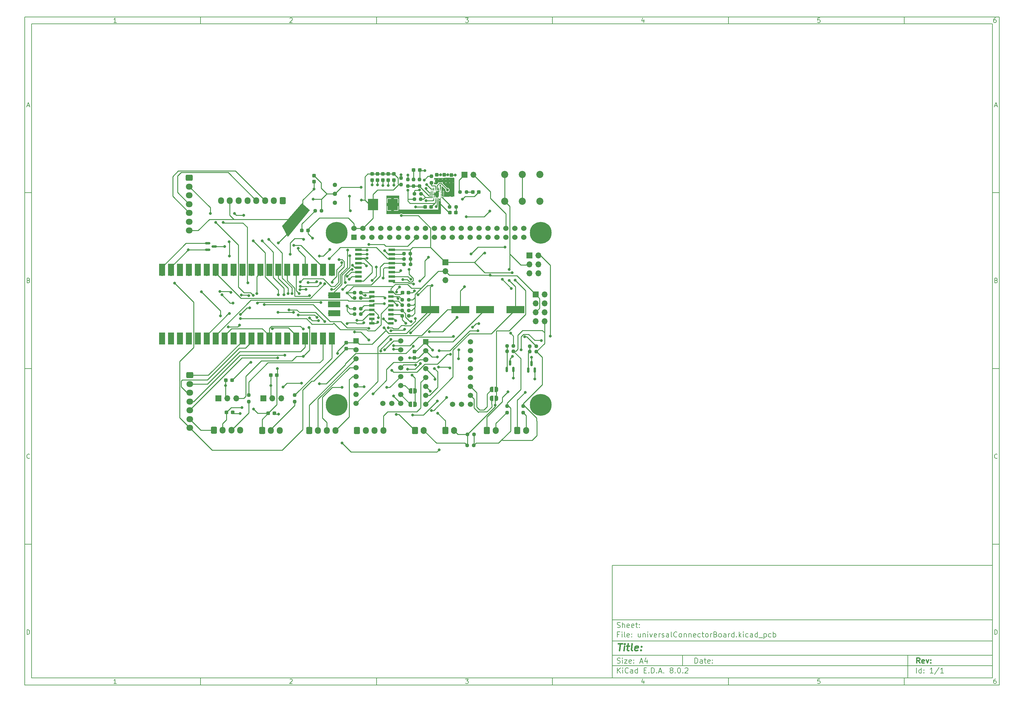
<source format=gtl>
G04 #@! TF.GenerationSoftware,KiCad,Pcbnew,8.0.2*
G04 #@! TF.CreationDate,2024-05-26T03:41:07+02:00*
G04 #@! TF.ProjectId,universalConnectorBoard,756e6976-6572-4736-916c-436f6e6e6563,rev?*
G04 #@! TF.SameCoordinates,Original*
G04 #@! TF.FileFunction,Copper,L1,Top*
G04 #@! TF.FilePolarity,Positive*
%FSLAX46Y46*%
G04 Gerber Fmt 4.6, Leading zero omitted, Abs format (unit mm)*
G04 Created by KiCad (PCBNEW 8.0.2) date 2024-05-26 03:41:07*
%MOMM*%
%LPD*%
G01*
G04 APERTURE LIST*
G04 Aperture macros list*
%AMRoundRect*
0 Rectangle with rounded corners*
0 $1 Rounding radius*
0 $2 $3 $4 $5 $6 $7 $8 $9 X,Y pos of 4 corners*
0 Add a 4 corners polygon primitive as box body*
4,1,4,$2,$3,$4,$5,$6,$7,$8,$9,$2,$3,0*
0 Add four circle primitives for the rounded corners*
1,1,$1+$1,$2,$3*
1,1,$1+$1,$4,$5*
1,1,$1+$1,$6,$7*
1,1,$1+$1,$8,$9*
0 Add four rect primitives between the rounded corners*
20,1,$1+$1,$2,$3,$4,$5,0*
20,1,$1+$1,$4,$5,$6,$7,0*
20,1,$1+$1,$6,$7,$8,$9,0*
20,1,$1+$1,$8,$9,$2,$3,0*%
%AMFreePoly0*
4,1,19,0.500000,-0.750000,0.000000,-0.750000,0.000000,-0.744911,-0.071157,-0.744911,-0.207708,-0.704816,-0.327430,-0.627875,-0.420627,-0.520320,-0.479746,-0.390866,-0.500000,-0.250000,-0.500000,0.250000,-0.479746,0.390866,-0.420627,0.520320,-0.327430,0.627875,-0.207708,0.704816,-0.071157,0.744911,0.000000,0.744911,0.000000,0.750000,0.500000,0.750000,0.500000,-0.750000,0.500000,-0.750000,
$1*%
%AMFreePoly1*
4,1,19,0.000000,0.744911,0.071157,0.744911,0.207708,0.704816,0.327430,0.627875,0.420627,0.520320,0.479746,0.390866,0.500000,0.250000,0.500000,-0.250000,0.479746,-0.390866,0.420627,-0.520320,0.327430,-0.627875,0.207708,-0.704816,0.071157,-0.744911,0.000000,-0.744911,0.000000,-0.750000,-0.500000,-0.750000,-0.500000,0.750000,0.000000,0.750000,0.000000,0.744911,0.000000,0.744911,
$1*%
G04 Aperture macros list end*
%ADD10C,0.100000*%
%ADD11C,0.150000*%
%ADD12C,0.300000*%
%ADD13C,0.400000*%
G04 #@! TA.AperFunction,ComponentPad*
%ADD14O,1.700000X1.700000*%
G04 #@! TD*
G04 #@! TA.AperFunction,SMDPad,CuDef*
%ADD15R,1.700000X3.500000*%
G04 #@! TD*
G04 #@! TA.AperFunction,ComponentPad*
%ADD16R,1.700000X1.700000*%
G04 #@! TD*
G04 #@! TA.AperFunction,SMDPad,CuDef*
%ADD17R,3.500000X1.700000*%
G04 #@! TD*
G04 #@! TA.AperFunction,ComponentPad*
%ADD18C,1.280000*%
G04 #@! TD*
G04 #@! TA.AperFunction,ComponentPad*
%ADD19R,1.524000X1.524000*%
G04 #@! TD*
G04 #@! TA.AperFunction,ComponentPad*
%ADD20C,1.524000*%
G04 #@! TD*
G04 #@! TA.AperFunction,ComponentPad*
%ADD21C,6.200000*%
G04 #@! TD*
G04 #@! TA.AperFunction,SMDPad,CuDef*
%ADD22R,2.900000X3.200000*%
G04 #@! TD*
G04 #@! TA.AperFunction,SMDPad,CuDef*
%ADD23RoundRect,0.237500X-0.237500X0.300000X-0.237500X-0.300000X0.237500X-0.300000X0.237500X0.300000X0*%
G04 #@! TD*
G04 #@! TA.AperFunction,SMDPad,CuDef*
%ADD24RoundRect,0.237500X0.237500X-0.300000X0.237500X0.300000X-0.237500X0.300000X-0.237500X-0.300000X0*%
G04 #@! TD*
G04 #@! TA.AperFunction,ComponentPad*
%ADD25RoundRect,0.250000X-0.725000X0.600000X-0.725000X-0.600000X0.725000X-0.600000X0.725000X0.600000X0*%
G04 #@! TD*
G04 #@! TA.AperFunction,ComponentPad*
%ADD26O,1.950000X1.700000*%
G04 #@! TD*
G04 #@! TA.AperFunction,SMDPad,CuDef*
%ADD27FreePoly0,180.000000*%
G04 #@! TD*
G04 #@! TA.AperFunction,SMDPad,CuDef*
%ADD28FreePoly1,180.000000*%
G04 #@! TD*
G04 #@! TA.AperFunction,SMDPad,CuDef*
%ADD29RoundRect,0.237500X0.237500X-0.250000X0.237500X0.250000X-0.237500X0.250000X-0.237500X-0.250000X0*%
G04 #@! TD*
G04 #@! TA.AperFunction,SMDPad,CuDef*
%ADD30RoundRect,0.237500X-0.250000X-0.237500X0.250000X-0.237500X0.250000X0.237500X-0.250000X0.237500X0*%
G04 #@! TD*
G04 #@! TA.AperFunction,SMDPad,CuDef*
%ADD31R,5.100000X2.150000*%
G04 #@! TD*
G04 #@! TA.AperFunction,SMDPad,CuDef*
%ADD32RoundRect,0.237500X0.300000X0.237500X-0.300000X0.237500X-0.300000X-0.237500X0.300000X-0.237500X0*%
G04 #@! TD*
G04 #@! TA.AperFunction,SMDPad,CuDef*
%ADD33RoundRect,0.237500X0.250000X0.237500X-0.250000X0.237500X-0.250000X-0.237500X0.250000X-0.237500X0*%
G04 #@! TD*
G04 #@! TA.AperFunction,SMDPad,CuDef*
%ADD34RoundRect,0.237500X-0.300000X-0.237500X0.300000X-0.237500X0.300000X0.237500X-0.300000X0.237500X0*%
G04 #@! TD*
G04 #@! TA.AperFunction,ComponentPad*
%ADD35RoundRect,0.250000X-0.600000X-0.750000X0.600000X-0.750000X0.600000X0.750000X-0.600000X0.750000X0*%
G04 #@! TD*
G04 #@! TA.AperFunction,ComponentPad*
%ADD36O,1.700000X2.000000*%
G04 #@! TD*
G04 #@! TA.AperFunction,SMDPad,CuDef*
%ADD37R,1.525000X0.650000*%
G04 #@! TD*
G04 #@! TA.AperFunction,SMDPad,CuDef*
%ADD38RoundRect,0.237500X-0.287500X-0.237500X0.287500X-0.237500X0.287500X0.237500X-0.287500X0.237500X0*%
G04 #@! TD*
G04 #@! TA.AperFunction,ComponentPad*
%ADD39RoundRect,0.250000X-0.600000X-0.725000X0.600000X-0.725000X0.600000X0.725000X-0.600000X0.725000X0*%
G04 #@! TD*
G04 #@! TA.AperFunction,ComponentPad*
%ADD40O,1.700000X1.950000*%
G04 #@! TD*
G04 #@! TA.AperFunction,SMDPad,CuDef*
%ADD41RoundRect,0.237500X-0.237500X0.250000X-0.237500X-0.250000X0.237500X-0.250000X0.237500X0.250000X0*%
G04 #@! TD*
G04 #@! TA.AperFunction,SMDPad,CuDef*
%ADD42RoundRect,0.150000X0.150000X-0.587500X0.150000X0.587500X-0.150000X0.587500X-0.150000X-0.587500X0*%
G04 #@! TD*
G04 #@! TA.AperFunction,ComponentPad*
%ADD43RoundRect,0.250000X0.600000X0.725000X-0.600000X0.725000X-0.600000X-0.725000X0.600000X-0.725000X0*%
G04 #@! TD*
G04 #@! TA.AperFunction,ComponentPad*
%ADD44C,2.025000*%
G04 #@! TD*
G04 #@! TA.AperFunction,SMDPad,CuDef*
%ADD45RoundRect,0.150000X-0.587500X-0.150000X0.587500X-0.150000X0.587500X0.150000X-0.587500X0.150000X0*%
G04 #@! TD*
G04 #@! TA.AperFunction,SMDPad,CuDef*
%ADD46R,1.950000X0.650000*%
G04 #@! TD*
G04 #@! TA.AperFunction,ComponentPad*
%ADD47R,1.508000X1.508000*%
G04 #@! TD*
G04 #@! TA.AperFunction,ComponentPad*
%ADD48C,1.508000*%
G04 #@! TD*
G04 #@! TA.AperFunction,SMDPad,CuDef*
%ADD49R,0.850000X0.250000*%
G04 #@! TD*
G04 #@! TA.AperFunction,SMDPad,CuDef*
%ADD50R,0.250000X0.850000*%
G04 #@! TD*
G04 #@! TA.AperFunction,SMDPad,CuDef*
%ADD51R,1.026000X1.075000*%
G04 #@! TD*
G04 #@! TA.AperFunction,ViaPad*
%ADD52C,0.800000*%
G04 #@! TD*
G04 #@! TA.AperFunction,ViaPad*
%ADD53C,0.500000*%
G04 #@! TD*
G04 #@! TA.AperFunction,Conductor*
%ADD54C,0.250000*%
G04 #@! TD*
G04 APERTURE END LIST*
D10*
D11*
X177002200Y-166007200D02*
X285002200Y-166007200D01*
X285002200Y-198007200D01*
X177002200Y-198007200D01*
X177002200Y-166007200D01*
D10*
D11*
X10000000Y-10000000D02*
X287002200Y-10000000D01*
X287002200Y-200007200D01*
X10000000Y-200007200D01*
X10000000Y-10000000D01*
D10*
D11*
X12000000Y-12000000D02*
X285002200Y-12000000D01*
X285002200Y-198007200D01*
X12000000Y-198007200D01*
X12000000Y-12000000D01*
D10*
D11*
X60000000Y-12000000D02*
X60000000Y-10000000D01*
D10*
D11*
X110000000Y-12000000D02*
X110000000Y-10000000D01*
D10*
D11*
X160000000Y-12000000D02*
X160000000Y-10000000D01*
D10*
D11*
X210000000Y-12000000D02*
X210000000Y-10000000D01*
D10*
D11*
X260000000Y-12000000D02*
X260000000Y-10000000D01*
D10*
D11*
X36089160Y-11593604D02*
X35346303Y-11593604D01*
X35717731Y-11593604D02*
X35717731Y-10293604D01*
X35717731Y-10293604D02*
X35593922Y-10479319D01*
X35593922Y-10479319D02*
X35470112Y-10603128D01*
X35470112Y-10603128D02*
X35346303Y-10665033D01*
D10*
D11*
X85346303Y-10417414D02*
X85408207Y-10355509D01*
X85408207Y-10355509D02*
X85532017Y-10293604D01*
X85532017Y-10293604D02*
X85841541Y-10293604D01*
X85841541Y-10293604D02*
X85965350Y-10355509D01*
X85965350Y-10355509D02*
X86027255Y-10417414D01*
X86027255Y-10417414D02*
X86089160Y-10541223D01*
X86089160Y-10541223D02*
X86089160Y-10665033D01*
X86089160Y-10665033D02*
X86027255Y-10850747D01*
X86027255Y-10850747D02*
X85284398Y-11593604D01*
X85284398Y-11593604D02*
X86089160Y-11593604D01*
D10*
D11*
X135284398Y-10293604D02*
X136089160Y-10293604D01*
X136089160Y-10293604D02*
X135655826Y-10788842D01*
X135655826Y-10788842D02*
X135841541Y-10788842D01*
X135841541Y-10788842D02*
X135965350Y-10850747D01*
X135965350Y-10850747D02*
X136027255Y-10912652D01*
X136027255Y-10912652D02*
X136089160Y-11036461D01*
X136089160Y-11036461D02*
X136089160Y-11345985D01*
X136089160Y-11345985D02*
X136027255Y-11469795D01*
X136027255Y-11469795D02*
X135965350Y-11531700D01*
X135965350Y-11531700D02*
X135841541Y-11593604D01*
X135841541Y-11593604D02*
X135470112Y-11593604D01*
X135470112Y-11593604D02*
X135346303Y-11531700D01*
X135346303Y-11531700D02*
X135284398Y-11469795D01*
D10*
D11*
X185965350Y-10726938D02*
X185965350Y-11593604D01*
X185655826Y-10231700D02*
X185346303Y-11160271D01*
X185346303Y-11160271D02*
X186151064Y-11160271D01*
D10*
D11*
X236027255Y-10293604D02*
X235408207Y-10293604D01*
X235408207Y-10293604D02*
X235346303Y-10912652D01*
X235346303Y-10912652D02*
X235408207Y-10850747D01*
X235408207Y-10850747D02*
X235532017Y-10788842D01*
X235532017Y-10788842D02*
X235841541Y-10788842D01*
X235841541Y-10788842D02*
X235965350Y-10850747D01*
X235965350Y-10850747D02*
X236027255Y-10912652D01*
X236027255Y-10912652D02*
X236089160Y-11036461D01*
X236089160Y-11036461D02*
X236089160Y-11345985D01*
X236089160Y-11345985D02*
X236027255Y-11469795D01*
X236027255Y-11469795D02*
X235965350Y-11531700D01*
X235965350Y-11531700D02*
X235841541Y-11593604D01*
X235841541Y-11593604D02*
X235532017Y-11593604D01*
X235532017Y-11593604D02*
X235408207Y-11531700D01*
X235408207Y-11531700D02*
X235346303Y-11469795D01*
D10*
D11*
X285965350Y-10293604D02*
X285717731Y-10293604D01*
X285717731Y-10293604D02*
X285593922Y-10355509D01*
X285593922Y-10355509D02*
X285532017Y-10417414D01*
X285532017Y-10417414D02*
X285408207Y-10603128D01*
X285408207Y-10603128D02*
X285346303Y-10850747D01*
X285346303Y-10850747D02*
X285346303Y-11345985D01*
X285346303Y-11345985D02*
X285408207Y-11469795D01*
X285408207Y-11469795D02*
X285470112Y-11531700D01*
X285470112Y-11531700D02*
X285593922Y-11593604D01*
X285593922Y-11593604D02*
X285841541Y-11593604D01*
X285841541Y-11593604D02*
X285965350Y-11531700D01*
X285965350Y-11531700D02*
X286027255Y-11469795D01*
X286027255Y-11469795D02*
X286089160Y-11345985D01*
X286089160Y-11345985D02*
X286089160Y-11036461D01*
X286089160Y-11036461D02*
X286027255Y-10912652D01*
X286027255Y-10912652D02*
X285965350Y-10850747D01*
X285965350Y-10850747D02*
X285841541Y-10788842D01*
X285841541Y-10788842D02*
X285593922Y-10788842D01*
X285593922Y-10788842D02*
X285470112Y-10850747D01*
X285470112Y-10850747D02*
X285408207Y-10912652D01*
X285408207Y-10912652D02*
X285346303Y-11036461D01*
D10*
D11*
X60000000Y-198007200D02*
X60000000Y-200007200D01*
D10*
D11*
X110000000Y-198007200D02*
X110000000Y-200007200D01*
D10*
D11*
X160000000Y-198007200D02*
X160000000Y-200007200D01*
D10*
D11*
X210000000Y-198007200D02*
X210000000Y-200007200D01*
D10*
D11*
X260000000Y-198007200D02*
X260000000Y-200007200D01*
D10*
D11*
X36089160Y-199600804D02*
X35346303Y-199600804D01*
X35717731Y-199600804D02*
X35717731Y-198300804D01*
X35717731Y-198300804D02*
X35593922Y-198486519D01*
X35593922Y-198486519D02*
X35470112Y-198610328D01*
X35470112Y-198610328D02*
X35346303Y-198672233D01*
D10*
D11*
X85346303Y-198424614D02*
X85408207Y-198362709D01*
X85408207Y-198362709D02*
X85532017Y-198300804D01*
X85532017Y-198300804D02*
X85841541Y-198300804D01*
X85841541Y-198300804D02*
X85965350Y-198362709D01*
X85965350Y-198362709D02*
X86027255Y-198424614D01*
X86027255Y-198424614D02*
X86089160Y-198548423D01*
X86089160Y-198548423D02*
X86089160Y-198672233D01*
X86089160Y-198672233D02*
X86027255Y-198857947D01*
X86027255Y-198857947D02*
X85284398Y-199600804D01*
X85284398Y-199600804D02*
X86089160Y-199600804D01*
D10*
D11*
X135284398Y-198300804D02*
X136089160Y-198300804D01*
X136089160Y-198300804D02*
X135655826Y-198796042D01*
X135655826Y-198796042D02*
X135841541Y-198796042D01*
X135841541Y-198796042D02*
X135965350Y-198857947D01*
X135965350Y-198857947D02*
X136027255Y-198919852D01*
X136027255Y-198919852D02*
X136089160Y-199043661D01*
X136089160Y-199043661D02*
X136089160Y-199353185D01*
X136089160Y-199353185D02*
X136027255Y-199476995D01*
X136027255Y-199476995D02*
X135965350Y-199538900D01*
X135965350Y-199538900D02*
X135841541Y-199600804D01*
X135841541Y-199600804D02*
X135470112Y-199600804D01*
X135470112Y-199600804D02*
X135346303Y-199538900D01*
X135346303Y-199538900D02*
X135284398Y-199476995D01*
D10*
D11*
X185965350Y-198734138D02*
X185965350Y-199600804D01*
X185655826Y-198238900D02*
X185346303Y-199167471D01*
X185346303Y-199167471D02*
X186151064Y-199167471D01*
D10*
D11*
X236027255Y-198300804D02*
X235408207Y-198300804D01*
X235408207Y-198300804D02*
X235346303Y-198919852D01*
X235346303Y-198919852D02*
X235408207Y-198857947D01*
X235408207Y-198857947D02*
X235532017Y-198796042D01*
X235532017Y-198796042D02*
X235841541Y-198796042D01*
X235841541Y-198796042D02*
X235965350Y-198857947D01*
X235965350Y-198857947D02*
X236027255Y-198919852D01*
X236027255Y-198919852D02*
X236089160Y-199043661D01*
X236089160Y-199043661D02*
X236089160Y-199353185D01*
X236089160Y-199353185D02*
X236027255Y-199476995D01*
X236027255Y-199476995D02*
X235965350Y-199538900D01*
X235965350Y-199538900D02*
X235841541Y-199600804D01*
X235841541Y-199600804D02*
X235532017Y-199600804D01*
X235532017Y-199600804D02*
X235408207Y-199538900D01*
X235408207Y-199538900D02*
X235346303Y-199476995D01*
D10*
D11*
X285965350Y-198300804D02*
X285717731Y-198300804D01*
X285717731Y-198300804D02*
X285593922Y-198362709D01*
X285593922Y-198362709D02*
X285532017Y-198424614D01*
X285532017Y-198424614D02*
X285408207Y-198610328D01*
X285408207Y-198610328D02*
X285346303Y-198857947D01*
X285346303Y-198857947D02*
X285346303Y-199353185D01*
X285346303Y-199353185D02*
X285408207Y-199476995D01*
X285408207Y-199476995D02*
X285470112Y-199538900D01*
X285470112Y-199538900D02*
X285593922Y-199600804D01*
X285593922Y-199600804D02*
X285841541Y-199600804D01*
X285841541Y-199600804D02*
X285965350Y-199538900D01*
X285965350Y-199538900D02*
X286027255Y-199476995D01*
X286027255Y-199476995D02*
X286089160Y-199353185D01*
X286089160Y-199353185D02*
X286089160Y-199043661D01*
X286089160Y-199043661D02*
X286027255Y-198919852D01*
X286027255Y-198919852D02*
X285965350Y-198857947D01*
X285965350Y-198857947D02*
X285841541Y-198796042D01*
X285841541Y-198796042D02*
X285593922Y-198796042D01*
X285593922Y-198796042D02*
X285470112Y-198857947D01*
X285470112Y-198857947D02*
X285408207Y-198919852D01*
X285408207Y-198919852D02*
X285346303Y-199043661D01*
D10*
D11*
X10000000Y-60000000D02*
X12000000Y-60000000D01*
D10*
D11*
X10000000Y-110000000D02*
X12000000Y-110000000D01*
D10*
D11*
X10000000Y-160000000D02*
X12000000Y-160000000D01*
D10*
D11*
X10690476Y-35222176D02*
X11309523Y-35222176D01*
X10566666Y-35593604D02*
X10999999Y-34293604D01*
X10999999Y-34293604D02*
X11433333Y-35593604D01*
D10*
D11*
X11092857Y-84912652D02*
X11278571Y-84974557D01*
X11278571Y-84974557D02*
X11340476Y-85036461D01*
X11340476Y-85036461D02*
X11402380Y-85160271D01*
X11402380Y-85160271D02*
X11402380Y-85345985D01*
X11402380Y-85345985D02*
X11340476Y-85469795D01*
X11340476Y-85469795D02*
X11278571Y-85531700D01*
X11278571Y-85531700D02*
X11154761Y-85593604D01*
X11154761Y-85593604D02*
X10659523Y-85593604D01*
X10659523Y-85593604D02*
X10659523Y-84293604D01*
X10659523Y-84293604D02*
X11092857Y-84293604D01*
X11092857Y-84293604D02*
X11216666Y-84355509D01*
X11216666Y-84355509D02*
X11278571Y-84417414D01*
X11278571Y-84417414D02*
X11340476Y-84541223D01*
X11340476Y-84541223D02*
X11340476Y-84665033D01*
X11340476Y-84665033D02*
X11278571Y-84788842D01*
X11278571Y-84788842D02*
X11216666Y-84850747D01*
X11216666Y-84850747D02*
X11092857Y-84912652D01*
X11092857Y-84912652D02*
X10659523Y-84912652D01*
D10*
D11*
X11402380Y-135469795D02*
X11340476Y-135531700D01*
X11340476Y-135531700D02*
X11154761Y-135593604D01*
X11154761Y-135593604D02*
X11030952Y-135593604D01*
X11030952Y-135593604D02*
X10845238Y-135531700D01*
X10845238Y-135531700D02*
X10721428Y-135407890D01*
X10721428Y-135407890D02*
X10659523Y-135284080D01*
X10659523Y-135284080D02*
X10597619Y-135036461D01*
X10597619Y-135036461D02*
X10597619Y-134850747D01*
X10597619Y-134850747D02*
X10659523Y-134603128D01*
X10659523Y-134603128D02*
X10721428Y-134479319D01*
X10721428Y-134479319D02*
X10845238Y-134355509D01*
X10845238Y-134355509D02*
X11030952Y-134293604D01*
X11030952Y-134293604D02*
X11154761Y-134293604D01*
X11154761Y-134293604D02*
X11340476Y-134355509D01*
X11340476Y-134355509D02*
X11402380Y-134417414D01*
D10*
D11*
X10659523Y-185593604D02*
X10659523Y-184293604D01*
X10659523Y-184293604D02*
X10969047Y-184293604D01*
X10969047Y-184293604D02*
X11154761Y-184355509D01*
X11154761Y-184355509D02*
X11278571Y-184479319D01*
X11278571Y-184479319D02*
X11340476Y-184603128D01*
X11340476Y-184603128D02*
X11402380Y-184850747D01*
X11402380Y-184850747D02*
X11402380Y-185036461D01*
X11402380Y-185036461D02*
X11340476Y-185284080D01*
X11340476Y-185284080D02*
X11278571Y-185407890D01*
X11278571Y-185407890D02*
X11154761Y-185531700D01*
X11154761Y-185531700D02*
X10969047Y-185593604D01*
X10969047Y-185593604D02*
X10659523Y-185593604D01*
D10*
D11*
X287002200Y-60000000D02*
X285002200Y-60000000D01*
D10*
D11*
X287002200Y-110000000D02*
X285002200Y-110000000D01*
D10*
D11*
X287002200Y-160000000D02*
X285002200Y-160000000D01*
D10*
D11*
X285692676Y-35222176D02*
X286311723Y-35222176D01*
X285568866Y-35593604D02*
X286002199Y-34293604D01*
X286002199Y-34293604D02*
X286435533Y-35593604D01*
D10*
D11*
X286095057Y-84912652D02*
X286280771Y-84974557D01*
X286280771Y-84974557D02*
X286342676Y-85036461D01*
X286342676Y-85036461D02*
X286404580Y-85160271D01*
X286404580Y-85160271D02*
X286404580Y-85345985D01*
X286404580Y-85345985D02*
X286342676Y-85469795D01*
X286342676Y-85469795D02*
X286280771Y-85531700D01*
X286280771Y-85531700D02*
X286156961Y-85593604D01*
X286156961Y-85593604D02*
X285661723Y-85593604D01*
X285661723Y-85593604D02*
X285661723Y-84293604D01*
X285661723Y-84293604D02*
X286095057Y-84293604D01*
X286095057Y-84293604D02*
X286218866Y-84355509D01*
X286218866Y-84355509D02*
X286280771Y-84417414D01*
X286280771Y-84417414D02*
X286342676Y-84541223D01*
X286342676Y-84541223D02*
X286342676Y-84665033D01*
X286342676Y-84665033D02*
X286280771Y-84788842D01*
X286280771Y-84788842D02*
X286218866Y-84850747D01*
X286218866Y-84850747D02*
X286095057Y-84912652D01*
X286095057Y-84912652D02*
X285661723Y-84912652D01*
D10*
D11*
X286404580Y-135469795D02*
X286342676Y-135531700D01*
X286342676Y-135531700D02*
X286156961Y-135593604D01*
X286156961Y-135593604D02*
X286033152Y-135593604D01*
X286033152Y-135593604D02*
X285847438Y-135531700D01*
X285847438Y-135531700D02*
X285723628Y-135407890D01*
X285723628Y-135407890D02*
X285661723Y-135284080D01*
X285661723Y-135284080D02*
X285599819Y-135036461D01*
X285599819Y-135036461D02*
X285599819Y-134850747D01*
X285599819Y-134850747D02*
X285661723Y-134603128D01*
X285661723Y-134603128D02*
X285723628Y-134479319D01*
X285723628Y-134479319D02*
X285847438Y-134355509D01*
X285847438Y-134355509D02*
X286033152Y-134293604D01*
X286033152Y-134293604D02*
X286156961Y-134293604D01*
X286156961Y-134293604D02*
X286342676Y-134355509D01*
X286342676Y-134355509D02*
X286404580Y-134417414D01*
D10*
D11*
X285661723Y-185593604D02*
X285661723Y-184293604D01*
X285661723Y-184293604D02*
X285971247Y-184293604D01*
X285971247Y-184293604D02*
X286156961Y-184355509D01*
X286156961Y-184355509D02*
X286280771Y-184479319D01*
X286280771Y-184479319D02*
X286342676Y-184603128D01*
X286342676Y-184603128D02*
X286404580Y-184850747D01*
X286404580Y-184850747D02*
X286404580Y-185036461D01*
X286404580Y-185036461D02*
X286342676Y-185284080D01*
X286342676Y-185284080D02*
X286280771Y-185407890D01*
X286280771Y-185407890D02*
X286156961Y-185531700D01*
X286156961Y-185531700D02*
X285971247Y-185593604D01*
X285971247Y-185593604D02*
X285661723Y-185593604D01*
D10*
D11*
X200458026Y-193793328D02*
X200458026Y-192293328D01*
X200458026Y-192293328D02*
X200815169Y-192293328D01*
X200815169Y-192293328D02*
X201029455Y-192364757D01*
X201029455Y-192364757D02*
X201172312Y-192507614D01*
X201172312Y-192507614D02*
X201243741Y-192650471D01*
X201243741Y-192650471D02*
X201315169Y-192936185D01*
X201315169Y-192936185D02*
X201315169Y-193150471D01*
X201315169Y-193150471D02*
X201243741Y-193436185D01*
X201243741Y-193436185D02*
X201172312Y-193579042D01*
X201172312Y-193579042D02*
X201029455Y-193721900D01*
X201029455Y-193721900D02*
X200815169Y-193793328D01*
X200815169Y-193793328D02*
X200458026Y-193793328D01*
X202600884Y-193793328D02*
X202600884Y-193007614D01*
X202600884Y-193007614D02*
X202529455Y-192864757D01*
X202529455Y-192864757D02*
X202386598Y-192793328D01*
X202386598Y-192793328D02*
X202100884Y-192793328D01*
X202100884Y-192793328D02*
X201958026Y-192864757D01*
X202600884Y-193721900D02*
X202458026Y-193793328D01*
X202458026Y-193793328D02*
X202100884Y-193793328D01*
X202100884Y-193793328D02*
X201958026Y-193721900D01*
X201958026Y-193721900D02*
X201886598Y-193579042D01*
X201886598Y-193579042D02*
X201886598Y-193436185D01*
X201886598Y-193436185D02*
X201958026Y-193293328D01*
X201958026Y-193293328D02*
X202100884Y-193221900D01*
X202100884Y-193221900D02*
X202458026Y-193221900D01*
X202458026Y-193221900D02*
X202600884Y-193150471D01*
X203100884Y-192793328D02*
X203672312Y-192793328D01*
X203315169Y-192293328D02*
X203315169Y-193579042D01*
X203315169Y-193579042D02*
X203386598Y-193721900D01*
X203386598Y-193721900D02*
X203529455Y-193793328D01*
X203529455Y-193793328D02*
X203672312Y-193793328D01*
X204743741Y-193721900D02*
X204600884Y-193793328D01*
X204600884Y-193793328D02*
X204315170Y-193793328D01*
X204315170Y-193793328D02*
X204172312Y-193721900D01*
X204172312Y-193721900D02*
X204100884Y-193579042D01*
X204100884Y-193579042D02*
X204100884Y-193007614D01*
X204100884Y-193007614D02*
X204172312Y-192864757D01*
X204172312Y-192864757D02*
X204315170Y-192793328D01*
X204315170Y-192793328D02*
X204600884Y-192793328D01*
X204600884Y-192793328D02*
X204743741Y-192864757D01*
X204743741Y-192864757D02*
X204815170Y-193007614D01*
X204815170Y-193007614D02*
X204815170Y-193150471D01*
X204815170Y-193150471D02*
X204100884Y-193293328D01*
X205458026Y-193650471D02*
X205529455Y-193721900D01*
X205529455Y-193721900D02*
X205458026Y-193793328D01*
X205458026Y-193793328D02*
X205386598Y-193721900D01*
X205386598Y-193721900D02*
X205458026Y-193650471D01*
X205458026Y-193650471D02*
X205458026Y-193793328D01*
X205458026Y-192864757D02*
X205529455Y-192936185D01*
X205529455Y-192936185D02*
X205458026Y-193007614D01*
X205458026Y-193007614D02*
X205386598Y-192936185D01*
X205386598Y-192936185D02*
X205458026Y-192864757D01*
X205458026Y-192864757D02*
X205458026Y-193007614D01*
D10*
D11*
X177002200Y-194507200D02*
X285002200Y-194507200D01*
D10*
D11*
X178458026Y-196593328D02*
X178458026Y-195093328D01*
X179315169Y-196593328D02*
X178672312Y-195736185D01*
X179315169Y-195093328D02*
X178458026Y-195950471D01*
X179958026Y-196593328D02*
X179958026Y-195593328D01*
X179958026Y-195093328D02*
X179886598Y-195164757D01*
X179886598Y-195164757D02*
X179958026Y-195236185D01*
X179958026Y-195236185D02*
X180029455Y-195164757D01*
X180029455Y-195164757D02*
X179958026Y-195093328D01*
X179958026Y-195093328D02*
X179958026Y-195236185D01*
X181529455Y-196450471D02*
X181458027Y-196521900D01*
X181458027Y-196521900D02*
X181243741Y-196593328D01*
X181243741Y-196593328D02*
X181100884Y-196593328D01*
X181100884Y-196593328D02*
X180886598Y-196521900D01*
X180886598Y-196521900D02*
X180743741Y-196379042D01*
X180743741Y-196379042D02*
X180672312Y-196236185D01*
X180672312Y-196236185D02*
X180600884Y-195950471D01*
X180600884Y-195950471D02*
X180600884Y-195736185D01*
X180600884Y-195736185D02*
X180672312Y-195450471D01*
X180672312Y-195450471D02*
X180743741Y-195307614D01*
X180743741Y-195307614D02*
X180886598Y-195164757D01*
X180886598Y-195164757D02*
X181100884Y-195093328D01*
X181100884Y-195093328D02*
X181243741Y-195093328D01*
X181243741Y-195093328D02*
X181458027Y-195164757D01*
X181458027Y-195164757D02*
X181529455Y-195236185D01*
X182815170Y-196593328D02*
X182815170Y-195807614D01*
X182815170Y-195807614D02*
X182743741Y-195664757D01*
X182743741Y-195664757D02*
X182600884Y-195593328D01*
X182600884Y-195593328D02*
X182315170Y-195593328D01*
X182315170Y-195593328D02*
X182172312Y-195664757D01*
X182815170Y-196521900D02*
X182672312Y-196593328D01*
X182672312Y-196593328D02*
X182315170Y-196593328D01*
X182315170Y-196593328D02*
X182172312Y-196521900D01*
X182172312Y-196521900D02*
X182100884Y-196379042D01*
X182100884Y-196379042D02*
X182100884Y-196236185D01*
X182100884Y-196236185D02*
X182172312Y-196093328D01*
X182172312Y-196093328D02*
X182315170Y-196021900D01*
X182315170Y-196021900D02*
X182672312Y-196021900D01*
X182672312Y-196021900D02*
X182815170Y-195950471D01*
X184172313Y-196593328D02*
X184172313Y-195093328D01*
X184172313Y-196521900D02*
X184029455Y-196593328D01*
X184029455Y-196593328D02*
X183743741Y-196593328D01*
X183743741Y-196593328D02*
X183600884Y-196521900D01*
X183600884Y-196521900D02*
X183529455Y-196450471D01*
X183529455Y-196450471D02*
X183458027Y-196307614D01*
X183458027Y-196307614D02*
X183458027Y-195879042D01*
X183458027Y-195879042D02*
X183529455Y-195736185D01*
X183529455Y-195736185D02*
X183600884Y-195664757D01*
X183600884Y-195664757D02*
X183743741Y-195593328D01*
X183743741Y-195593328D02*
X184029455Y-195593328D01*
X184029455Y-195593328D02*
X184172313Y-195664757D01*
X186029455Y-195807614D02*
X186529455Y-195807614D01*
X186743741Y-196593328D02*
X186029455Y-196593328D01*
X186029455Y-196593328D02*
X186029455Y-195093328D01*
X186029455Y-195093328D02*
X186743741Y-195093328D01*
X187386598Y-196450471D02*
X187458027Y-196521900D01*
X187458027Y-196521900D02*
X187386598Y-196593328D01*
X187386598Y-196593328D02*
X187315170Y-196521900D01*
X187315170Y-196521900D02*
X187386598Y-196450471D01*
X187386598Y-196450471D02*
X187386598Y-196593328D01*
X188100884Y-196593328D02*
X188100884Y-195093328D01*
X188100884Y-195093328D02*
X188458027Y-195093328D01*
X188458027Y-195093328D02*
X188672313Y-195164757D01*
X188672313Y-195164757D02*
X188815170Y-195307614D01*
X188815170Y-195307614D02*
X188886599Y-195450471D01*
X188886599Y-195450471D02*
X188958027Y-195736185D01*
X188958027Y-195736185D02*
X188958027Y-195950471D01*
X188958027Y-195950471D02*
X188886599Y-196236185D01*
X188886599Y-196236185D02*
X188815170Y-196379042D01*
X188815170Y-196379042D02*
X188672313Y-196521900D01*
X188672313Y-196521900D02*
X188458027Y-196593328D01*
X188458027Y-196593328D02*
X188100884Y-196593328D01*
X189600884Y-196450471D02*
X189672313Y-196521900D01*
X189672313Y-196521900D02*
X189600884Y-196593328D01*
X189600884Y-196593328D02*
X189529456Y-196521900D01*
X189529456Y-196521900D02*
X189600884Y-196450471D01*
X189600884Y-196450471D02*
X189600884Y-196593328D01*
X190243742Y-196164757D02*
X190958028Y-196164757D01*
X190100885Y-196593328D02*
X190600885Y-195093328D01*
X190600885Y-195093328D02*
X191100885Y-196593328D01*
X191600884Y-196450471D02*
X191672313Y-196521900D01*
X191672313Y-196521900D02*
X191600884Y-196593328D01*
X191600884Y-196593328D02*
X191529456Y-196521900D01*
X191529456Y-196521900D02*
X191600884Y-196450471D01*
X191600884Y-196450471D02*
X191600884Y-196593328D01*
X193672313Y-195736185D02*
X193529456Y-195664757D01*
X193529456Y-195664757D02*
X193458027Y-195593328D01*
X193458027Y-195593328D02*
X193386599Y-195450471D01*
X193386599Y-195450471D02*
X193386599Y-195379042D01*
X193386599Y-195379042D02*
X193458027Y-195236185D01*
X193458027Y-195236185D02*
X193529456Y-195164757D01*
X193529456Y-195164757D02*
X193672313Y-195093328D01*
X193672313Y-195093328D02*
X193958027Y-195093328D01*
X193958027Y-195093328D02*
X194100885Y-195164757D01*
X194100885Y-195164757D02*
X194172313Y-195236185D01*
X194172313Y-195236185D02*
X194243742Y-195379042D01*
X194243742Y-195379042D02*
X194243742Y-195450471D01*
X194243742Y-195450471D02*
X194172313Y-195593328D01*
X194172313Y-195593328D02*
X194100885Y-195664757D01*
X194100885Y-195664757D02*
X193958027Y-195736185D01*
X193958027Y-195736185D02*
X193672313Y-195736185D01*
X193672313Y-195736185D02*
X193529456Y-195807614D01*
X193529456Y-195807614D02*
X193458027Y-195879042D01*
X193458027Y-195879042D02*
X193386599Y-196021900D01*
X193386599Y-196021900D02*
X193386599Y-196307614D01*
X193386599Y-196307614D02*
X193458027Y-196450471D01*
X193458027Y-196450471D02*
X193529456Y-196521900D01*
X193529456Y-196521900D02*
X193672313Y-196593328D01*
X193672313Y-196593328D02*
X193958027Y-196593328D01*
X193958027Y-196593328D02*
X194100885Y-196521900D01*
X194100885Y-196521900D02*
X194172313Y-196450471D01*
X194172313Y-196450471D02*
X194243742Y-196307614D01*
X194243742Y-196307614D02*
X194243742Y-196021900D01*
X194243742Y-196021900D02*
X194172313Y-195879042D01*
X194172313Y-195879042D02*
X194100885Y-195807614D01*
X194100885Y-195807614D02*
X193958027Y-195736185D01*
X194886598Y-196450471D02*
X194958027Y-196521900D01*
X194958027Y-196521900D02*
X194886598Y-196593328D01*
X194886598Y-196593328D02*
X194815170Y-196521900D01*
X194815170Y-196521900D02*
X194886598Y-196450471D01*
X194886598Y-196450471D02*
X194886598Y-196593328D01*
X195886599Y-195093328D02*
X196029456Y-195093328D01*
X196029456Y-195093328D02*
X196172313Y-195164757D01*
X196172313Y-195164757D02*
X196243742Y-195236185D01*
X196243742Y-195236185D02*
X196315170Y-195379042D01*
X196315170Y-195379042D02*
X196386599Y-195664757D01*
X196386599Y-195664757D02*
X196386599Y-196021900D01*
X196386599Y-196021900D02*
X196315170Y-196307614D01*
X196315170Y-196307614D02*
X196243742Y-196450471D01*
X196243742Y-196450471D02*
X196172313Y-196521900D01*
X196172313Y-196521900D02*
X196029456Y-196593328D01*
X196029456Y-196593328D02*
X195886599Y-196593328D01*
X195886599Y-196593328D02*
X195743742Y-196521900D01*
X195743742Y-196521900D02*
X195672313Y-196450471D01*
X195672313Y-196450471D02*
X195600884Y-196307614D01*
X195600884Y-196307614D02*
X195529456Y-196021900D01*
X195529456Y-196021900D02*
X195529456Y-195664757D01*
X195529456Y-195664757D02*
X195600884Y-195379042D01*
X195600884Y-195379042D02*
X195672313Y-195236185D01*
X195672313Y-195236185D02*
X195743742Y-195164757D01*
X195743742Y-195164757D02*
X195886599Y-195093328D01*
X197029455Y-196450471D02*
X197100884Y-196521900D01*
X197100884Y-196521900D02*
X197029455Y-196593328D01*
X197029455Y-196593328D02*
X196958027Y-196521900D01*
X196958027Y-196521900D02*
X197029455Y-196450471D01*
X197029455Y-196450471D02*
X197029455Y-196593328D01*
X197672313Y-195236185D02*
X197743741Y-195164757D01*
X197743741Y-195164757D02*
X197886599Y-195093328D01*
X197886599Y-195093328D02*
X198243741Y-195093328D01*
X198243741Y-195093328D02*
X198386599Y-195164757D01*
X198386599Y-195164757D02*
X198458027Y-195236185D01*
X198458027Y-195236185D02*
X198529456Y-195379042D01*
X198529456Y-195379042D02*
X198529456Y-195521900D01*
X198529456Y-195521900D02*
X198458027Y-195736185D01*
X198458027Y-195736185D02*
X197600884Y-196593328D01*
X197600884Y-196593328D02*
X198529456Y-196593328D01*
D10*
D11*
X177002200Y-191507200D02*
X285002200Y-191507200D01*
D10*
D12*
X264413853Y-193785528D02*
X263913853Y-193071242D01*
X263556710Y-193785528D02*
X263556710Y-192285528D01*
X263556710Y-192285528D02*
X264128139Y-192285528D01*
X264128139Y-192285528D02*
X264270996Y-192356957D01*
X264270996Y-192356957D02*
X264342425Y-192428385D01*
X264342425Y-192428385D02*
X264413853Y-192571242D01*
X264413853Y-192571242D02*
X264413853Y-192785528D01*
X264413853Y-192785528D02*
X264342425Y-192928385D01*
X264342425Y-192928385D02*
X264270996Y-192999814D01*
X264270996Y-192999814D02*
X264128139Y-193071242D01*
X264128139Y-193071242D02*
X263556710Y-193071242D01*
X265628139Y-193714100D02*
X265485282Y-193785528D01*
X265485282Y-193785528D02*
X265199568Y-193785528D01*
X265199568Y-193785528D02*
X265056710Y-193714100D01*
X265056710Y-193714100D02*
X264985282Y-193571242D01*
X264985282Y-193571242D02*
X264985282Y-192999814D01*
X264985282Y-192999814D02*
X265056710Y-192856957D01*
X265056710Y-192856957D02*
X265199568Y-192785528D01*
X265199568Y-192785528D02*
X265485282Y-192785528D01*
X265485282Y-192785528D02*
X265628139Y-192856957D01*
X265628139Y-192856957D02*
X265699568Y-192999814D01*
X265699568Y-192999814D02*
X265699568Y-193142671D01*
X265699568Y-193142671D02*
X264985282Y-193285528D01*
X266199567Y-192785528D02*
X266556710Y-193785528D01*
X266556710Y-193785528D02*
X266913853Y-192785528D01*
X267485281Y-193642671D02*
X267556710Y-193714100D01*
X267556710Y-193714100D02*
X267485281Y-193785528D01*
X267485281Y-193785528D02*
X267413853Y-193714100D01*
X267413853Y-193714100D02*
X267485281Y-193642671D01*
X267485281Y-193642671D02*
X267485281Y-193785528D01*
X267485281Y-192856957D02*
X267556710Y-192928385D01*
X267556710Y-192928385D02*
X267485281Y-192999814D01*
X267485281Y-192999814D02*
X267413853Y-192928385D01*
X267413853Y-192928385D02*
X267485281Y-192856957D01*
X267485281Y-192856957D02*
X267485281Y-192999814D01*
D10*
D11*
X178386598Y-193721900D02*
X178600884Y-193793328D01*
X178600884Y-193793328D02*
X178958026Y-193793328D01*
X178958026Y-193793328D02*
X179100884Y-193721900D01*
X179100884Y-193721900D02*
X179172312Y-193650471D01*
X179172312Y-193650471D02*
X179243741Y-193507614D01*
X179243741Y-193507614D02*
X179243741Y-193364757D01*
X179243741Y-193364757D02*
X179172312Y-193221900D01*
X179172312Y-193221900D02*
X179100884Y-193150471D01*
X179100884Y-193150471D02*
X178958026Y-193079042D01*
X178958026Y-193079042D02*
X178672312Y-193007614D01*
X178672312Y-193007614D02*
X178529455Y-192936185D01*
X178529455Y-192936185D02*
X178458026Y-192864757D01*
X178458026Y-192864757D02*
X178386598Y-192721900D01*
X178386598Y-192721900D02*
X178386598Y-192579042D01*
X178386598Y-192579042D02*
X178458026Y-192436185D01*
X178458026Y-192436185D02*
X178529455Y-192364757D01*
X178529455Y-192364757D02*
X178672312Y-192293328D01*
X178672312Y-192293328D02*
X179029455Y-192293328D01*
X179029455Y-192293328D02*
X179243741Y-192364757D01*
X179886597Y-193793328D02*
X179886597Y-192793328D01*
X179886597Y-192293328D02*
X179815169Y-192364757D01*
X179815169Y-192364757D02*
X179886597Y-192436185D01*
X179886597Y-192436185D02*
X179958026Y-192364757D01*
X179958026Y-192364757D02*
X179886597Y-192293328D01*
X179886597Y-192293328D02*
X179886597Y-192436185D01*
X180458026Y-192793328D02*
X181243741Y-192793328D01*
X181243741Y-192793328D02*
X180458026Y-193793328D01*
X180458026Y-193793328D02*
X181243741Y-193793328D01*
X182386598Y-193721900D02*
X182243741Y-193793328D01*
X182243741Y-193793328D02*
X181958027Y-193793328D01*
X181958027Y-193793328D02*
X181815169Y-193721900D01*
X181815169Y-193721900D02*
X181743741Y-193579042D01*
X181743741Y-193579042D02*
X181743741Y-193007614D01*
X181743741Y-193007614D02*
X181815169Y-192864757D01*
X181815169Y-192864757D02*
X181958027Y-192793328D01*
X181958027Y-192793328D02*
X182243741Y-192793328D01*
X182243741Y-192793328D02*
X182386598Y-192864757D01*
X182386598Y-192864757D02*
X182458027Y-193007614D01*
X182458027Y-193007614D02*
X182458027Y-193150471D01*
X182458027Y-193150471D02*
X181743741Y-193293328D01*
X183100883Y-193650471D02*
X183172312Y-193721900D01*
X183172312Y-193721900D02*
X183100883Y-193793328D01*
X183100883Y-193793328D02*
X183029455Y-193721900D01*
X183029455Y-193721900D02*
X183100883Y-193650471D01*
X183100883Y-193650471D02*
X183100883Y-193793328D01*
X183100883Y-192864757D02*
X183172312Y-192936185D01*
X183172312Y-192936185D02*
X183100883Y-193007614D01*
X183100883Y-193007614D02*
X183029455Y-192936185D01*
X183029455Y-192936185D02*
X183100883Y-192864757D01*
X183100883Y-192864757D02*
X183100883Y-193007614D01*
X184886598Y-193364757D02*
X185600884Y-193364757D01*
X184743741Y-193793328D02*
X185243741Y-192293328D01*
X185243741Y-192293328D02*
X185743741Y-193793328D01*
X186886598Y-192793328D02*
X186886598Y-193793328D01*
X186529455Y-192221900D02*
X186172312Y-193293328D01*
X186172312Y-193293328D02*
X187100883Y-193293328D01*
D10*
D11*
X263458026Y-196593328D02*
X263458026Y-195093328D01*
X264815170Y-196593328D02*
X264815170Y-195093328D01*
X264815170Y-196521900D02*
X264672312Y-196593328D01*
X264672312Y-196593328D02*
X264386598Y-196593328D01*
X264386598Y-196593328D02*
X264243741Y-196521900D01*
X264243741Y-196521900D02*
X264172312Y-196450471D01*
X264172312Y-196450471D02*
X264100884Y-196307614D01*
X264100884Y-196307614D02*
X264100884Y-195879042D01*
X264100884Y-195879042D02*
X264172312Y-195736185D01*
X264172312Y-195736185D02*
X264243741Y-195664757D01*
X264243741Y-195664757D02*
X264386598Y-195593328D01*
X264386598Y-195593328D02*
X264672312Y-195593328D01*
X264672312Y-195593328D02*
X264815170Y-195664757D01*
X265529455Y-196450471D02*
X265600884Y-196521900D01*
X265600884Y-196521900D02*
X265529455Y-196593328D01*
X265529455Y-196593328D02*
X265458027Y-196521900D01*
X265458027Y-196521900D02*
X265529455Y-196450471D01*
X265529455Y-196450471D02*
X265529455Y-196593328D01*
X265529455Y-195664757D02*
X265600884Y-195736185D01*
X265600884Y-195736185D02*
X265529455Y-195807614D01*
X265529455Y-195807614D02*
X265458027Y-195736185D01*
X265458027Y-195736185D02*
X265529455Y-195664757D01*
X265529455Y-195664757D02*
X265529455Y-195807614D01*
X268172313Y-196593328D02*
X267315170Y-196593328D01*
X267743741Y-196593328D02*
X267743741Y-195093328D01*
X267743741Y-195093328D02*
X267600884Y-195307614D01*
X267600884Y-195307614D02*
X267458027Y-195450471D01*
X267458027Y-195450471D02*
X267315170Y-195521900D01*
X269886598Y-195021900D02*
X268600884Y-196950471D01*
X271172313Y-196593328D02*
X270315170Y-196593328D01*
X270743741Y-196593328D02*
X270743741Y-195093328D01*
X270743741Y-195093328D02*
X270600884Y-195307614D01*
X270600884Y-195307614D02*
X270458027Y-195450471D01*
X270458027Y-195450471D02*
X270315170Y-195521900D01*
D10*
D11*
X177002200Y-187507200D02*
X285002200Y-187507200D01*
D10*
D13*
X178693928Y-188211638D02*
X179836785Y-188211638D01*
X179015357Y-190211638D02*
X179265357Y-188211638D01*
X180253452Y-190211638D02*
X180420119Y-188878304D01*
X180503452Y-188211638D02*
X180396309Y-188306876D01*
X180396309Y-188306876D02*
X180479643Y-188402114D01*
X180479643Y-188402114D02*
X180586786Y-188306876D01*
X180586786Y-188306876D02*
X180503452Y-188211638D01*
X180503452Y-188211638D02*
X180479643Y-188402114D01*
X181086786Y-188878304D02*
X181848690Y-188878304D01*
X181455833Y-188211638D02*
X181241548Y-189925923D01*
X181241548Y-189925923D02*
X181312976Y-190116400D01*
X181312976Y-190116400D02*
X181491548Y-190211638D01*
X181491548Y-190211638D02*
X181682024Y-190211638D01*
X182634405Y-190211638D02*
X182455833Y-190116400D01*
X182455833Y-190116400D02*
X182384405Y-189925923D01*
X182384405Y-189925923D02*
X182598690Y-188211638D01*
X184170119Y-190116400D02*
X183967738Y-190211638D01*
X183967738Y-190211638D02*
X183586785Y-190211638D01*
X183586785Y-190211638D02*
X183408214Y-190116400D01*
X183408214Y-190116400D02*
X183336785Y-189925923D01*
X183336785Y-189925923D02*
X183432024Y-189164019D01*
X183432024Y-189164019D02*
X183551071Y-188973542D01*
X183551071Y-188973542D02*
X183753452Y-188878304D01*
X183753452Y-188878304D02*
X184134404Y-188878304D01*
X184134404Y-188878304D02*
X184312976Y-188973542D01*
X184312976Y-188973542D02*
X184384404Y-189164019D01*
X184384404Y-189164019D02*
X184360595Y-189354495D01*
X184360595Y-189354495D02*
X183384404Y-189544971D01*
X185134405Y-190021161D02*
X185217738Y-190116400D01*
X185217738Y-190116400D02*
X185110595Y-190211638D01*
X185110595Y-190211638D02*
X185027262Y-190116400D01*
X185027262Y-190116400D02*
X185134405Y-190021161D01*
X185134405Y-190021161D02*
X185110595Y-190211638D01*
X185265357Y-188973542D02*
X185348690Y-189068780D01*
X185348690Y-189068780D02*
X185241548Y-189164019D01*
X185241548Y-189164019D02*
X185158214Y-189068780D01*
X185158214Y-189068780D02*
X185265357Y-188973542D01*
X185265357Y-188973542D02*
X185241548Y-189164019D01*
D10*
D11*
X178958026Y-185607614D02*
X178458026Y-185607614D01*
X178458026Y-186393328D02*
X178458026Y-184893328D01*
X178458026Y-184893328D02*
X179172312Y-184893328D01*
X179743740Y-186393328D02*
X179743740Y-185393328D01*
X179743740Y-184893328D02*
X179672312Y-184964757D01*
X179672312Y-184964757D02*
X179743740Y-185036185D01*
X179743740Y-185036185D02*
X179815169Y-184964757D01*
X179815169Y-184964757D02*
X179743740Y-184893328D01*
X179743740Y-184893328D02*
X179743740Y-185036185D01*
X180672312Y-186393328D02*
X180529455Y-186321900D01*
X180529455Y-186321900D02*
X180458026Y-186179042D01*
X180458026Y-186179042D02*
X180458026Y-184893328D01*
X181815169Y-186321900D02*
X181672312Y-186393328D01*
X181672312Y-186393328D02*
X181386598Y-186393328D01*
X181386598Y-186393328D02*
X181243740Y-186321900D01*
X181243740Y-186321900D02*
X181172312Y-186179042D01*
X181172312Y-186179042D02*
X181172312Y-185607614D01*
X181172312Y-185607614D02*
X181243740Y-185464757D01*
X181243740Y-185464757D02*
X181386598Y-185393328D01*
X181386598Y-185393328D02*
X181672312Y-185393328D01*
X181672312Y-185393328D02*
X181815169Y-185464757D01*
X181815169Y-185464757D02*
X181886598Y-185607614D01*
X181886598Y-185607614D02*
X181886598Y-185750471D01*
X181886598Y-185750471D02*
X181172312Y-185893328D01*
X182529454Y-186250471D02*
X182600883Y-186321900D01*
X182600883Y-186321900D02*
X182529454Y-186393328D01*
X182529454Y-186393328D02*
X182458026Y-186321900D01*
X182458026Y-186321900D02*
X182529454Y-186250471D01*
X182529454Y-186250471D02*
X182529454Y-186393328D01*
X182529454Y-185464757D02*
X182600883Y-185536185D01*
X182600883Y-185536185D02*
X182529454Y-185607614D01*
X182529454Y-185607614D02*
X182458026Y-185536185D01*
X182458026Y-185536185D02*
X182529454Y-185464757D01*
X182529454Y-185464757D02*
X182529454Y-185607614D01*
X185029455Y-185393328D02*
X185029455Y-186393328D01*
X184386597Y-185393328D02*
X184386597Y-186179042D01*
X184386597Y-186179042D02*
X184458026Y-186321900D01*
X184458026Y-186321900D02*
X184600883Y-186393328D01*
X184600883Y-186393328D02*
X184815169Y-186393328D01*
X184815169Y-186393328D02*
X184958026Y-186321900D01*
X184958026Y-186321900D02*
X185029455Y-186250471D01*
X185743740Y-185393328D02*
X185743740Y-186393328D01*
X185743740Y-185536185D02*
X185815169Y-185464757D01*
X185815169Y-185464757D02*
X185958026Y-185393328D01*
X185958026Y-185393328D02*
X186172312Y-185393328D01*
X186172312Y-185393328D02*
X186315169Y-185464757D01*
X186315169Y-185464757D02*
X186386598Y-185607614D01*
X186386598Y-185607614D02*
X186386598Y-186393328D01*
X187100883Y-186393328D02*
X187100883Y-185393328D01*
X187100883Y-184893328D02*
X187029455Y-184964757D01*
X187029455Y-184964757D02*
X187100883Y-185036185D01*
X187100883Y-185036185D02*
X187172312Y-184964757D01*
X187172312Y-184964757D02*
X187100883Y-184893328D01*
X187100883Y-184893328D02*
X187100883Y-185036185D01*
X187672312Y-185393328D02*
X188029455Y-186393328D01*
X188029455Y-186393328D02*
X188386598Y-185393328D01*
X189529455Y-186321900D02*
X189386598Y-186393328D01*
X189386598Y-186393328D02*
X189100884Y-186393328D01*
X189100884Y-186393328D02*
X188958026Y-186321900D01*
X188958026Y-186321900D02*
X188886598Y-186179042D01*
X188886598Y-186179042D02*
X188886598Y-185607614D01*
X188886598Y-185607614D02*
X188958026Y-185464757D01*
X188958026Y-185464757D02*
X189100884Y-185393328D01*
X189100884Y-185393328D02*
X189386598Y-185393328D01*
X189386598Y-185393328D02*
X189529455Y-185464757D01*
X189529455Y-185464757D02*
X189600884Y-185607614D01*
X189600884Y-185607614D02*
X189600884Y-185750471D01*
X189600884Y-185750471D02*
X188886598Y-185893328D01*
X190243740Y-186393328D02*
X190243740Y-185393328D01*
X190243740Y-185679042D02*
X190315169Y-185536185D01*
X190315169Y-185536185D02*
X190386598Y-185464757D01*
X190386598Y-185464757D02*
X190529455Y-185393328D01*
X190529455Y-185393328D02*
X190672312Y-185393328D01*
X191100883Y-186321900D02*
X191243740Y-186393328D01*
X191243740Y-186393328D02*
X191529454Y-186393328D01*
X191529454Y-186393328D02*
X191672311Y-186321900D01*
X191672311Y-186321900D02*
X191743740Y-186179042D01*
X191743740Y-186179042D02*
X191743740Y-186107614D01*
X191743740Y-186107614D02*
X191672311Y-185964757D01*
X191672311Y-185964757D02*
X191529454Y-185893328D01*
X191529454Y-185893328D02*
X191315169Y-185893328D01*
X191315169Y-185893328D02*
X191172311Y-185821900D01*
X191172311Y-185821900D02*
X191100883Y-185679042D01*
X191100883Y-185679042D02*
X191100883Y-185607614D01*
X191100883Y-185607614D02*
X191172311Y-185464757D01*
X191172311Y-185464757D02*
X191315169Y-185393328D01*
X191315169Y-185393328D02*
X191529454Y-185393328D01*
X191529454Y-185393328D02*
X191672311Y-185464757D01*
X193029455Y-186393328D02*
X193029455Y-185607614D01*
X193029455Y-185607614D02*
X192958026Y-185464757D01*
X192958026Y-185464757D02*
X192815169Y-185393328D01*
X192815169Y-185393328D02*
X192529455Y-185393328D01*
X192529455Y-185393328D02*
X192386597Y-185464757D01*
X193029455Y-186321900D02*
X192886597Y-186393328D01*
X192886597Y-186393328D02*
X192529455Y-186393328D01*
X192529455Y-186393328D02*
X192386597Y-186321900D01*
X192386597Y-186321900D02*
X192315169Y-186179042D01*
X192315169Y-186179042D02*
X192315169Y-186036185D01*
X192315169Y-186036185D02*
X192386597Y-185893328D01*
X192386597Y-185893328D02*
X192529455Y-185821900D01*
X192529455Y-185821900D02*
X192886597Y-185821900D01*
X192886597Y-185821900D02*
X193029455Y-185750471D01*
X193958026Y-186393328D02*
X193815169Y-186321900D01*
X193815169Y-186321900D02*
X193743740Y-186179042D01*
X193743740Y-186179042D02*
X193743740Y-184893328D01*
X195386597Y-186250471D02*
X195315169Y-186321900D01*
X195315169Y-186321900D02*
X195100883Y-186393328D01*
X195100883Y-186393328D02*
X194958026Y-186393328D01*
X194958026Y-186393328D02*
X194743740Y-186321900D01*
X194743740Y-186321900D02*
X194600883Y-186179042D01*
X194600883Y-186179042D02*
X194529454Y-186036185D01*
X194529454Y-186036185D02*
X194458026Y-185750471D01*
X194458026Y-185750471D02*
X194458026Y-185536185D01*
X194458026Y-185536185D02*
X194529454Y-185250471D01*
X194529454Y-185250471D02*
X194600883Y-185107614D01*
X194600883Y-185107614D02*
X194743740Y-184964757D01*
X194743740Y-184964757D02*
X194958026Y-184893328D01*
X194958026Y-184893328D02*
X195100883Y-184893328D01*
X195100883Y-184893328D02*
X195315169Y-184964757D01*
X195315169Y-184964757D02*
X195386597Y-185036185D01*
X196243740Y-186393328D02*
X196100883Y-186321900D01*
X196100883Y-186321900D02*
X196029454Y-186250471D01*
X196029454Y-186250471D02*
X195958026Y-186107614D01*
X195958026Y-186107614D02*
X195958026Y-185679042D01*
X195958026Y-185679042D02*
X196029454Y-185536185D01*
X196029454Y-185536185D02*
X196100883Y-185464757D01*
X196100883Y-185464757D02*
X196243740Y-185393328D01*
X196243740Y-185393328D02*
X196458026Y-185393328D01*
X196458026Y-185393328D02*
X196600883Y-185464757D01*
X196600883Y-185464757D02*
X196672312Y-185536185D01*
X196672312Y-185536185D02*
X196743740Y-185679042D01*
X196743740Y-185679042D02*
X196743740Y-186107614D01*
X196743740Y-186107614D02*
X196672312Y-186250471D01*
X196672312Y-186250471D02*
X196600883Y-186321900D01*
X196600883Y-186321900D02*
X196458026Y-186393328D01*
X196458026Y-186393328D02*
X196243740Y-186393328D01*
X197386597Y-185393328D02*
X197386597Y-186393328D01*
X197386597Y-185536185D02*
X197458026Y-185464757D01*
X197458026Y-185464757D02*
X197600883Y-185393328D01*
X197600883Y-185393328D02*
X197815169Y-185393328D01*
X197815169Y-185393328D02*
X197958026Y-185464757D01*
X197958026Y-185464757D02*
X198029455Y-185607614D01*
X198029455Y-185607614D02*
X198029455Y-186393328D01*
X198743740Y-185393328D02*
X198743740Y-186393328D01*
X198743740Y-185536185D02*
X198815169Y-185464757D01*
X198815169Y-185464757D02*
X198958026Y-185393328D01*
X198958026Y-185393328D02*
X199172312Y-185393328D01*
X199172312Y-185393328D02*
X199315169Y-185464757D01*
X199315169Y-185464757D02*
X199386598Y-185607614D01*
X199386598Y-185607614D02*
X199386598Y-186393328D01*
X200672312Y-186321900D02*
X200529455Y-186393328D01*
X200529455Y-186393328D02*
X200243741Y-186393328D01*
X200243741Y-186393328D02*
X200100883Y-186321900D01*
X200100883Y-186321900D02*
X200029455Y-186179042D01*
X200029455Y-186179042D02*
X200029455Y-185607614D01*
X200029455Y-185607614D02*
X200100883Y-185464757D01*
X200100883Y-185464757D02*
X200243741Y-185393328D01*
X200243741Y-185393328D02*
X200529455Y-185393328D01*
X200529455Y-185393328D02*
X200672312Y-185464757D01*
X200672312Y-185464757D02*
X200743741Y-185607614D01*
X200743741Y-185607614D02*
X200743741Y-185750471D01*
X200743741Y-185750471D02*
X200029455Y-185893328D01*
X202029455Y-186321900D02*
X201886597Y-186393328D01*
X201886597Y-186393328D02*
X201600883Y-186393328D01*
X201600883Y-186393328D02*
X201458026Y-186321900D01*
X201458026Y-186321900D02*
X201386597Y-186250471D01*
X201386597Y-186250471D02*
X201315169Y-186107614D01*
X201315169Y-186107614D02*
X201315169Y-185679042D01*
X201315169Y-185679042D02*
X201386597Y-185536185D01*
X201386597Y-185536185D02*
X201458026Y-185464757D01*
X201458026Y-185464757D02*
X201600883Y-185393328D01*
X201600883Y-185393328D02*
X201886597Y-185393328D01*
X201886597Y-185393328D02*
X202029455Y-185464757D01*
X202458026Y-185393328D02*
X203029454Y-185393328D01*
X202672311Y-184893328D02*
X202672311Y-186179042D01*
X202672311Y-186179042D02*
X202743740Y-186321900D01*
X202743740Y-186321900D02*
X202886597Y-186393328D01*
X202886597Y-186393328D02*
X203029454Y-186393328D01*
X203743740Y-186393328D02*
X203600883Y-186321900D01*
X203600883Y-186321900D02*
X203529454Y-186250471D01*
X203529454Y-186250471D02*
X203458026Y-186107614D01*
X203458026Y-186107614D02*
X203458026Y-185679042D01*
X203458026Y-185679042D02*
X203529454Y-185536185D01*
X203529454Y-185536185D02*
X203600883Y-185464757D01*
X203600883Y-185464757D02*
X203743740Y-185393328D01*
X203743740Y-185393328D02*
X203958026Y-185393328D01*
X203958026Y-185393328D02*
X204100883Y-185464757D01*
X204100883Y-185464757D02*
X204172312Y-185536185D01*
X204172312Y-185536185D02*
X204243740Y-185679042D01*
X204243740Y-185679042D02*
X204243740Y-186107614D01*
X204243740Y-186107614D02*
X204172312Y-186250471D01*
X204172312Y-186250471D02*
X204100883Y-186321900D01*
X204100883Y-186321900D02*
X203958026Y-186393328D01*
X203958026Y-186393328D02*
X203743740Y-186393328D01*
X204886597Y-186393328D02*
X204886597Y-185393328D01*
X204886597Y-185679042D02*
X204958026Y-185536185D01*
X204958026Y-185536185D02*
X205029455Y-185464757D01*
X205029455Y-185464757D02*
X205172312Y-185393328D01*
X205172312Y-185393328D02*
X205315169Y-185393328D01*
X206315168Y-185607614D02*
X206529454Y-185679042D01*
X206529454Y-185679042D02*
X206600883Y-185750471D01*
X206600883Y-185750471D02*
X206672311Y-185893328D01*
X206672311Y-185893328D02*
X206672311Y-186107614D01*
X206672311Y-186107614D02*
X206600883Y-186250471D01*
X206600883Y-186250471D02*
X206529454Y-186321900D01*
X206529454Y-186321900D02*
X206386597Y-186393328D01*
X206386597Y-186393328D02*
X205815168Y-186393328D01*
X205815168Y-186393328D02*
X205815168Y-184893328D01*
X205815168Y-184893328D02*
X206315168Y-184893328D01*
X206315168Y-184893328D02*
X206458026Y-184964757D01*
X206458026Y-184964757D02*
X206529454Y-185036185D01*
X206529454Y-185036185D02*
X206600883Y-185179042D01*
X206600883Y-185179042D02*
X206600883Y-185321900D01*
X206600883Y-185321900D02*
X206529454Y-185464757D01*
X206529454Y-185464757D02*
X206458026Y-185536185D01*
X206458026Y-185536185D02*
X206315168Y-185607614D01*
X206315168Y-185607614D02*
X205815168Y-185607614D01*
X207529454Y-186393328D02*
X207386597Y-186321900D01*
X207386597Y-186321900D02*
X207315168Y-186250471D01*
X207315168Y-186250471D02*
X207243740Y-186107614D01*
X207243740Y-186107614D02*
X207243740Y-185679042D01*
X207243740Y-185679042D02*
X207315168Y-185536185D01*
X207315168Y-185536185D02*
X207386597Y-185464757D01*
X207386597Y-185464757D02*
X207529454Y-185393328D01*
X207529454Y-185393328D02*
X207743740Y-185393328D01*
X207743740Y-185393328D02*
X207886597Y-185464757D01*
X207886597Y-185464757D02*
X207958026Y-185536185D01*
X207958026Y-185536185D02*
X208029454Y-185679042D01*
X208029454Y-185679042D02*
X208029454Y-186107614D01*
X208029454Y-186107614D02*
X207958026Y-186250471D01*
X207958026Y-186250471D02*
X207886597Y-186321900D01*
X207886597Y-186321900D02*
X207743740Y-186393328D01*
X207743740Y-186393328D02*
X207529454Y-186393328D01*
X209315169Y-186393328D02*
X209315169Y-185607614D01*
X209315169Y-185607614D02*
X209243740Y-185464757D01*
X209243740Y-185464757D02*
X209100883Y-185393328D01*
X209100883Y-185393328D02*
X208815169Y-185393328D01*
X208815169Y-185393328D02*
X208672311Y-185464757D01*
X209315169Y-186321900D02*
X209172311Y-186393328D01*
X209172311Y-186393328D02*
X208815169Y-186393328D01*
X208815169Y-186393328D02*
X208672311Y-186321900D01*
X208672311Y-186321900D02*
X208600883Y-186179042D01*
X208600883Y-186179042D02*
X208600883Y-186036185D01*
X208600883Y-186036185D02*
X208672311Y-185893328D01*
X208672311Y-185893328D02*
X208815169Y-185821900D01*
X208815169Y-185821900D02*
X209172311Y-185821900D01*
X209172311Y-185821900D02*
X209315169Y-185750471D01*
X210029454Y-186393328D02*
X210029454Y-185393328D01*
X210029454Y-185679042D02*
X210100883Y-185536185D01*
X210100883Y-185536185D02*
X210172312Y-185464757D01*
X210172312Y-185464757D02*
X210315169Y-185393328D01*
X210315169Y-185393328D02*
X210458026Y-185393328D01*
X211600883Y-186393328D02*
X211600883Y-184893328D01*
X211600883Y-186321900D02*
X211458025Y-186393328D01*
X211458025Y-186393328D02*
X211172311Y-186393328D01*
X211172311Y-186393328D02*
X211029454Y-186321900D01*
X211029454Y-186321900D02*
X210958025Y-186250471D01*
X210958025Y-186250471D02*
X210886597Y-186107614D01*
X210886597Y-186107614D02*
X210886597Y-185679042D01*
X210886597Y-185679042D02*
X210958025Y-185536185D01*
X210958025Y-185536185D02*
X211029454Y-185464757D01*
X211029454Y-185464757D02*
X211172311Y-185393328D01*
X211172311Y-185393328D02*
X211458025Y-185393328D01*
X211458025Y-185393328D02*
X211600883Y-185464757D01*
X212315168Y-186250471D02*
X212386597Y-186321900D01*
X212386597Y-186321900D02*
X212315168Y-186393328D01*
X212315168Y-186393328D02*
X212243740Y-186321900D01*
X212243740Y-186321900D02*
X212315168Y-186250471D01*
X212315168Y-186250471D02*
X212315168Y-186393328D01*
X213029454Y-186393328D02*
X213029454Y-184893328D01*
X213172312Y-185821900D02*
X213600883Y-186393328D01*
X213600883Y-185393328D02*
X213029454Y-185964757D01*
X214243740Y-186393328D02*
X214243740Y-185393328D01*
X214243740Y-184893328D02*
X214172312Y-184964757D01*
X214172312Y-184964757D02*
X214243740Y-185036185D01*
X214243740Y-185036185D02*
X214315169Y-184964757D01*
X214315169Y-184964757D02*
X214243740Y-184893328D01*
X214243740Y-184893328D02*
X214243740Y-185036185D01*
X215600884Y-186321900D02*
X215458026Y-186393328D01*
X215458026Y-186393328D02*
X215172312Y-186393328D01*
X215172312Y-186393328D02*
X215029455Y-186321900D01*
X215029455Y-186321900D02*
X214958026Y-186250471D01*
X214958026Y-186250471D02*
X214886598Y-186107614D01*
X214886598Y-186107614D02*
X214886598Y-185679042D01*
X214886598Y-185679042D02*
X214958026Y-185536185D01*
X214958026Y-185536185D02*
X215029455Y-185464757D01*
X215029455Y-185464757D02*
X215172312Y-185393328D01*
X215172312Y-185393328D02*
X215458026Y-185393328D01*
X215458026Y-185393328D02*
X215600884Y-185464757D01*
X216886598Y-186393328D02*
X216886598Y-185607614D01*
X216886598Y-185607614D02*
X216815169Y-185464757D01*
X216815169Y-185464757D02*
X216672312Y-185393328D01*
X216672312Y-185393328D02*
X216386598Y-185393328D01*
X216386598Y-185393328D02*
X216243740Y-185464757D01*
X216886598Y-186321900D02*
X216743740Y-186393328D01*
X216743740Y-186393328D02*
X216386598Y-186393328D01*
X216386598Y-186393328D02*
X216243740Y-186321900D01*
X216243740Y-186321900D02*
X216172312Y-186179042D01*
X216172312Y-186179042D02*
X216172312Y-186036185D01*
X216172312Y-186036185D02*
X216243740Y-185893328D01*
X216243740Y-185893328D02*
X216386598Y-185821900D01*
X216386598Y-185821900D02*
X216743740Y-185821900D01*
X216743740Y-185821900D02*
X216886598Y-185750471D01*
X218243741Y-186393328D02*
X218243741Y-184893328D01*
X218243741Y-186321900D02*
X218100883Y-186393328D01*
X218100883Y-186393328D02*
X217815169Y-186393328D01*
X217815169Y-186393328D02*
X217672312Y-186321900D01*
X217672312Y-186321900D02*
X217600883Y-186250471D01*
X217600883Y-186250471D02*
X217529455Y-186107614D01*
X217529455Y-186107614D02*
X217529455Y-185679042D01*
X217529455Y-185679042D02*
X217600883Y-185536185D01*
X217600883Y-185536185D02*
X217672312Y-185464757D01*
X217672312Y-185464757D02*
X217815169Y-185393328D01*
X217815169Y-185393328D02*
X218100883Y-185393328D01*
X218100883Y-185393328D02*
X218243741Y-185464757D01*
X218600884Y-186536185D02*
X219743741Y-186536185D01*
X220100883Y-185393328D02*
X220100883Y-186893328D01*
X220100883Y-185464757D02*
X220243741Y-185393328D01*
X220243741Y-185393328D02*
X220529455Y-185393328D01*
X220529455Y-185393328D02*
X220672312Y-185464757D01*
X220672312Y-185464757D02*
X220743741Y-185536185D01*
X220743741Y-185536185D02*
X220815169Y-185679042D01*
X220815169Y-185679042D02*
X220815169Y-186107614D01*
X220815169Y-186107614D02*
X220743741Y-186250471D01*
X220743741Y-186250471D02*
X220672312Y-186321900D01*
X220672312Y-186321900D02*
X220529455Y-186393328D01*
X220529455Y-186393328D02*
X220243741Y-186393328D01*
X220243741Y-186393328D02*
X220100883Y-186321900D01*
X222100884Y-186321900D02*
X221958026Y-186393328D01*
X221958026Y-186393328D02*
X221672312Y-186393328D01*
X221672312Y-186393328D02*
X221529455Y-186321900D01*
X221529455Y-186321900D02*
X221458026Y-186250471D01*
X221458026Y-186250471D02*
X221386598Y-186107614D01*
X221386598Y-186107614D02*
X221386598Y-185679042D01*
X221386598Y-185679042D02*
X221458026Y-185536185D01*
X221458026Y-185536185D02*
X221529455Y-185464757D01*
X221529455Y-185464757D02*
X221672312Y-185393328D01*
X221672312Y-185393328D02*
X221958026Y-185393328D01*
X221958026Y-185393328D02*
X222100884Y-185464757D01*
X222743740Y-186393328D02*
X222743740Y-184893328D01*
X222743740Y-185464757D02*
X222886598Y-185393328D01*
X222886598Y-185393328D02*
X223172312Y-185393328D01*
X223172312Y-185393328D02*
X223315169Y-185464757D01*
X223315169Y-185464757D02*
X223386598Y-185536185D01*
X223386598Y-185536185D02*
X223458026Y-185679042D01*
X223458026Y-185679042D02*
X223458026Y-186107614D01*
X223458026Y-186107614D02*
X223386598Y-186250471D01*
X223386598Y-186250471D02*
X223315169Y-186321900D01*
X223315169Y-186321900D02*
X223172312Y-186393328D01*
X223172312Y-186393328D02*
X222886598Y-186393328D01*
X222886598Y-186393328D02*
X222743740Y-186321900D01*
D10*
D11*
X177002200Y-181507200D02*
X285002200Y-181507200D01*
D10*
D11*
X178386598Y-183621900D02*
X178600884Y-183693328D01*
X178600884Y-183693328D02*
X178958026Y-183693328D01*
X178958026Y-183693328D02*
X179100884Y-183621900D01*
X179100884Y-183621900D02*
X179172312Y-183550471D01*
X179172312Y-183550471D02*
X179243741Y-183407614D01*
X179243741Y-183407614D02*
X179243741Y-183264757D01*
X179243741Y-183264757D02*
X179172312Y-183121900D01*
X179172312Y-183121900D02*
X179100884Y-183050471D01*
X179100884Y-183050471D02*
X178958026Y-182979042D01*
X178958026Y-182979042D02*
X178672312Y-182907614D01*
X178672312Y-182907614D02*
X178529455Y-182836185D01*
X178529455Y-182836185D02*
X178458026Y-182764757D01*
X178458026Y-182764757D02*
X178386598Y-182621900D01*
X178386598Y-182621900D02*
X178386598Y-182479042D01*
X178386598Y-182479042D02*
X178458026Y-182336185D01*
X178458026Y-182336185D02*
X178529455Y-182264757D01*
X178529455Y-182264757D02*
X178672312Y-182193328D01*
X178672312Y-182193328D02*
X179029455Y-182193328D01*
X179029455Y-182193328D02*
X179243741Y-182264757D01*
X179886597Y-183693328D02*
X179886597Y-182193328D01*
X180529455Y-183693328D02*
X180529455Y-182907614D01*
X180529455Y-182907614D02*
X180458026Y-182764757D01*
X180458026Y-182764757D02*
X180315169Y-182693328D01*
X180315169Y-182693328D02*
X180100883Y-182693328D01*
X180100883Y-182693328D02*
X179958026Y-182764757D01*
X179958026Y-182764757D02*
X179886597Y-182836185D01*
X181815169Y-183621900D02*
X181672312Y-183693328D01*
X181672312Y-183693328D02*
X181386598Y-183693328D01*
X181386598Y-183693328D02*
X181243740Y-183621900D01*
X181243740Y-183621900D02*
X181172312Y-183479042D01*
X181172312Y-183479042D02*
X181172312Y-182907614D01*
X181172312Y-182907614D02*
X181243740Y-182764757D01*
X181243740Y-182764757D02*
X181386598Y-182693328D01*
X181386598Y-182693328D02*
X181672312Y-182693328D01*
X181672312Y-182693328D02*
X181815169Y-182764757D01*
X181815169Y-182764757D02*
X181886598Y-182907614D01*
X181886598Y-182907614D02*
X181886598Y-183050471D01*
X181886598Y-183050471D02*
X181172312Y-183193328D01*
X183100883Y-183621900D02*
X182958026Y-183693328D01*
X182958026Y-183693328D02*
X182672312Y-183693328D01*
X182672312Y-183693328D02*
X182529454Y-183621900D01*
X182529454Y-183621900D02*
X182458026Y-183479042D01*
X182458026Y-183479042D02*
X182458026Y-182907614D01*
X182458026Y-182907614D02*
X182529454Y-182764757D01*
X182529454Y-182764757D02*
X182672312Y-182693328D01*
X182672312Y-182693328D02*
X182958026Y-182693328D01*
X182958026Y-182693328D02*
X183100883Y-182764757D01*
X183100883Y-182764757D02*
X183172312Y-182907614D01*
X183172312Y-182907614D02*
X183172312Y-183050471D01*
X183172312Y-183050471D02*
X182458026Y-183193328D01*
X183600883Y-182693328D02*
X184172311Y-182693328D01*
X183815168Y-182193328D02*
X183815168Y-183479042D01*
X183815168Y-183479042D02*
X183886597Y-183621900D01*
X183886597Y-183621900D02*
X184029454Y-183693328D01*
X184029454Y-183693328D02*
X184172311Y-183693328D01*
X184672311Y-183550471D02*
X184743740Y-183621900D01*
X184743740Y-183621900D02*
X184672311Y-183693328D01*
X184672311Y-183693328D02*
X184600883Y-183621900D01*
X184600883Y-183621900D02*
X184672311Y-183550471D01*
X184672311Y-183550471D02*
X184672311Y-183693328D01*
X184672311Y-182764757D02*
X184743740Y-182836185D01*
X184743740Y-182836185D02*
X184672311Y-182907614D01*
X184672311Y-182907614D02*
X184600883Y-182836185D01*
X184600883Y-182836185D02*
X184672311Y-182764757D01*
X184672311Y-182764757D02*
X184672311Y-182907614D01*
D10*
D11*
X197002200Y-191507200D02*
X197002200Y-194507200D01*
D10*
D11*
X261002200Y-191507200D02*
X261002200Y-198007200D01*
D14*
X49022000Y-100584000D03*
D15*
X49022000Y-101484000D03*
D14*
X51562000Y-100584000D03*
D15*
X51562000Y-101484000D03*
D16*
X54102000Y-100584000D03*
D15*
X54102000Y-101484000D03*
D14*
X56642000Y-100584000D03*
D15*
X56642000Y-101484000D03*
D14*
X59182000Y-100584000D03*
D15*
X59182000Y-101484000D03*
D14*
X61722000Y-100584000D03*
D15*
X61722000Y-101484000D03*
D14*
X64262000Y-100584000D03*
D15*
X64262000Y-101484000D03*
D16*
X66802000Y-100584000D03*
D15*
X66802000Y-101484000D03*
D14*
X69342000Y-100584000D03*
D15*
X69342000Y-101484000D03*
D14*
X71882000Y-100584000D03*
D15*
X71882000Y-101484000D03*
D14*
X74422000Y-100584000D03*
D15*
X74422000Y-101484000D03*
D14*
X76962000Y-100584000D03*
D15*
X76962000Y-101484000D03*
D16*
X79502000Y-100584000D03*
D15*
X79502000Y-101484000D03*
D14*
X82042000Y-100584000D03*
D15*
X82042000Y-101484000D03*
D14*
X84582000Y-100584000D03*
D15*
X84582000Y-101484000D03*
D14*
X87122000Y-100584000D03*
D15*
X87122000Y-101484000D03*
D14*
X89662000Y-100584000D03*
D15*
X89662000Y-101484000D03*
D16*
X92202000Y-100584000D03*
D15*
X92202000Y-101484000D03*
D14*
X94742000Y-100584000D03*
D15*
X94742000Y-101484000D03*
D14*
X97282000Y-100584000D03*
D15*
X97282000Y-101484000D03*
D14*
X97282000Y-82804000D03*
D15*
X97282000Y-81904000D03*
D14*
X94742000Y-82804000D03*
D15*
X94742000Y-81904000D03*
D16*
X92202000Y-82804000D03*
D15*
X92202000Y-81904000D03*
D14*
X89662000Y-82804000D03*
D15*
X89662000Y-81904000D03*
D14*
X87122000Y-82804000D03*
D15*
X87122000Y-81904000D03*
D14*
X84582000Y-82804000D03*
D15*
X84582000Y-81904000D03*
D14*
X82042000Y-82804000D03*
D15*
X82042000Y-81904000D03*
D16*
X79502000Y-82804000D03*
D15*
X79502000Y-81904000D03*
D14*
X76962000Y-82804000D03*
D15*
X76962000Y-81904000D03*
D14*
X74422000Y-82804000D03*
D15*
X74422000Y-81904000D03*
D14*
X71882000Y-82804000D03*
D15*
X71882000Y-81904000D03*
D14*
X69342000Y-82804000D03*
D15*
X69342000Y-81904000D03*
D16*
X66802000Y-82804000D03*
D15*
X66802000Y-81904000D03*
D14*
X64262000Y-82804000D03*
D15*
X64262000Y-81904000D03*
D14*
X61722000Y-82804000D03*
D15*
X61722000Y-81904000D03*
D14*
X59182000Y-82804000D03*
D15*
X59182000Y-81904000D03*
D14*
X56642000Y-82804000D03*
D15*
X56642000Y-81904000D03*
D16*
X54102000Y-82804000D03*
D15*
X54102000Y-81904000D03*
D14*
X51562000Y-82804000D03*
D15*
X51562000Y-81904000D03*
D14*
X49022000Y-82804000D03*
D15*
X49022000Y-81904000D03*
D14*
X97052000Y-94234000D03*
D17*
X97952000Y-94234000D03*
D16*
X97052000Y-91694000D03*
D17*
X97952000Y-91694000D03*
D14*
X97052000Y-89154000D03*
D17*
X97952000Y-89154000D03*
D18*
X98171000Y-57785000D03*
X98171000Y-60325000D03*
X98171000Y-62865000D03*
D19*
X103552000Y-72638000D03*
D20*
X103552000Y-70098000D03*
X106092000Y-72638000D03*
X106092000Y-70098000D03*
X108632000Y-72638000D03*
X108632000Y-70098000D03*
X111172000Y-72638000D03*
X111172000Y-70098000D03*
X113712000Y-72638000D03*
X113712000Y-70098000D03*
X116252000Y-72638000D03*
X116252000Y-70098000D03*
X118792000Y-72638000D03*
X118792000Y-70098000D03*
X121332000Y-72638000D03*
X121332000Y-70098000D03*
X123872000Y-72638000D03*
X123872000Y-70098000D03*
X126412000Y-72638000D03*
X126412000Y-70098000D03*
X128952000Y-72638000D03*
X128952000Y-70098000D03*
X131492000Y-72638000D03*
X131492000Y-70098000D03*
X134032000Y-72638000D03*
X134032000Y-70098000D03*
X136572000Y-72638000D03*
X136572000Y-70098000D03*
X139112000Y-72638000D03*
X139112000Y-70098000D03*
X141652000Y-72638000D03*
X141652000Y-70098000D03*
X144192000Y-72638000D03*
X144192000Y-70098000D03*
X146732000Y-72638000D03*
X146732000Y-70098000D03*
X149272000Y-72638000D03*
X149272000Y-70098000D03*
X151812000Y-72638000D03*
X151812000Y-70098000D03*
D21*
X98682000Y-71368000D03*
X156682000Y-71368000D03*
X156682000Y-120368000D03*
X98682000Y-120368000D03*
D22*
X114560000Y-63373000D03*
X108960000Y-63373000D03*
D23*
X108712000Y-54663000D03*
X108712000Y-56388000D03*
D24*
X101346000Y-104367500D03*
X101346000Y-102642500D03*
D25*
X56896000Y-111873000D03*
D26*
X56896000Y-114373000D03*
X56896000Y-116873000D03*
X56896000Y-119373000D03*
X56896000Y-121873000D03*
X56896000Y-124373000D03*
X56896000Y-126873000D03*
D27*
X144018000Y-115951000D03*
D28*
X142718000Y-115951000D03*
D29*
X151675000Y-122537500D03*
X151675000Y-120712500D03*
D30*
X120753500Y-61849000D03*
X122578500Y-61849000D03*
D31*
X133840000Y-93218000D03*
X125240000Y-93218000D03*
D23*
X92202000Y-55144500D03*
X92202000Y-56869500D03*
D24*
X127127000Y-56639250D03*
X127127000Y-54914250D03*
D29*
X86741000Y-119380000D03*
X86741000Y-117555000D03*
D23*
X113284000Y-54663000D03*
X113284000Y-56388000D03*
D27*
X120904000Y-120136000D03*
D28*
X119604000Y-120136000D03*
D16*
X155194000Y-88900000D03*
D14*
X157734000Y-88900000D03*
X155194000Y-91440000D03*
X157734000Y-91440000D03*
X155194000Y-93980000D03*
X157734000Y-93980000D03*
X155194000Y-96520000D03*
X157734000Y-96520000D03*
D16*
X65024000Y-118491000D03*
D14*
X67564000Y-118491000D03*
X70104000Y-118491000D03*
D23*
X110266000Y-54663000D03*
X110266000Y-56388000D03*
D27*
X144018000Y-118491000D03*
D28*
X142718000Y-118491000D03*
D29*
X73660000Y-119380000D03*
X73660000Y-117555000D03*
D23*
X114935000Y-54663000D03*
X114935000Y-56388000D03*
D27*
X120925000Y-116400000D03*
D28*
X119625000Y-116400000D03*
D30*
X135762500Y-131875000D03*
X137587500Y-131875000D03*
D32*
X125537500Y-64000000D03*
X123812500Y-64000000D03*
D33*
X119149500Y-91948000D03*
X117324500Y-91948000D03*
D34*
X79936000Y-111887000D03*
X81661000Y-111887000D03*
D24*
X131250000Y-56687500D03*
X131250000Y-54962500D03*
D35*
X150007000Y-127614000D03*
D36*
X152507000Y-127614000D03*
D30*
X153562000Y-105204500D03*
X155387000Y-105204500D03*
D34*
X137362500Y-59825000D03*
X139087500Y-59825000D03*
D37*
X108622000Y-88265000D03*
X108622000Y-89535000D03*
X108622000Y-90805000D03*
X108622000Y-92075000D03*
X108622000Y-93345000D03*
X108622000Y-94615000D03*
X108622000Y-95885000D03*
X108622000Y-97155000D03*
X114046000Y-97155000D03*
X114046000Y-95885000D03*
X114046000Y-94615000D03*
X114046000Y-93345000D03*
X114046000Y-92075000D03*
X114046000Y-90805000D03*
X114046000Y-89535000D03*
X114046000Y-88265000D03*
D31*
X149461000Y-93218000D03*
X140861000Y-93218000D03*
D24*
X129200000Y-56637500D03*
X129200000Y-54912500D03*
D35*
X141371000Y-127614000D03*
D36*
X143871000Y-127614000D03*
D25*
X56790000Y-55746000D03*
D26*
X56790000Y-58246000D03*
X56790000Y-60746000D03*
X56790000Y-63246000D03*
X56790000Y-65746000D03*
X56790000Y-68246000D03*
X56790000Y-70746000D03*
D16*
X129540000Y-79756000D03*
D14*
X129540000Y-82296000D03*
X129540000Y-84836000D03*
D38*
X88801000Y-70739000D03*
X90551000Y-70739000D03*
D35*
X120924000Y-127614000D03*
D36*
X123424000Y-127614000D03*
D30*
X103712000Y-89916000D03*
X105537000Y-89916000D03*
D32*
X132561500Y-65659000D03*
X130836500Y-65659000D03*
X122274500Y-53550000D03*
X120549500Y-53550000D03*
D33*
X119587000Y-77343000D03*
X117762000Y-77343000D03*
D39*
X104454000Y-127614000D03*
D40*
X106954000Y-127614000D03*
X109454000Y-127614000D03*
X111954000Y-127614000D03*
D30*
X147085000Y-103553500D03*
X148910000Y-103553500D03*
D33*
X119149500Y-93472000D03*
X117324500Y-93472000D03*
D30*
X103712000Y-92964000D03*
X105537000Y-92964000D03*
D16*
X77804000Y-118491000D03*
D14*
X80344000Y-118491000D03*
X82884000Y-118491000D03*
D39*
X77470000Y-127614000D03*
D40*
X79970000Y-127614000D03*
X82470000Y-127614000D03*
D41*
X122174000Y-56261000D03*
X122174000Y-58086000D03*
D42*
X153101000Y-110411500D03*
X155001000Y-110411500D03*
X154051000Y-108536500D03*
D33*
X119149500Y-90424000D03*
X117324500Y-90424000D03*
D30*
X103712000Y-88392000D03*
X105537000Y-88392000D03*
D43*
X83312000Y-62230000D03*
D40*
X80812000Y-62230000D03*
X78312000Y-62230000D03*
X75812000Y-62230000D03*
X73312000Y-62230000D03*
X70812000Y-62230000D03*
X68312000Y-62230000D03*
X65812000Y-62230000D03*
D34*
X67362500Y-122425000D03*
X69087500Y-122425000D03*
D30*
X147085000Y-105077500D03*
X148910000Y-105077500D03*
D23*
X111760000Y-54663000D03*
X111760000Y-56388000D03*
D33*
X119149500Y-94996000D03*
X117324500Y-94996000D03*
D34*
X117362500Y-88425000D03*
X119087500Y-88425000D03*
D42*
X147005000Y-110284500D03*
X148905000Y-110284500D03*
X147955000Y-108409500D03*
D33*
X119634000Y-80391000D03*
X117809000Y-80391000D03*
D30*
X130786500Y-64008000D03*
X132611500Y-64008000D03*
D16*
X135001000Y-54864000D03*
D14*
X137541000Y-54864000D03*
D44*
X146410000Y-62450000D03*
X146410000Y-54830000D03*
X151410000Y-62450000D03*
X151410000Y-54830000D03*
X156410000Y-62450000D03*
X156410000Y-54830000D03*
D33*
X119634000Y-78867000D03*
X117809000Y-78867000D03*
D34*
X67209500Y-113284000D03*
X68934500Y-113284000D03*
D33*
X135581500Y-59825000D03*
X133756500Y-59825000D03*
D45*
X62006000Y-74361000D03*
X62006000Y-76261000D03*
X63881000Y-75311000D03*
D39*
X63747000Y-127508000D03*
D40*
X66247000Y-127508000D03*
X68747000Y-127508000D03*
X71247000Y-127508000D03*
D46*
X104876000Y-76200000D03*
X104876000Y-77470000D03*
X104876000Y-78740000D03*
X104876000Y-80010000D03*
X104876000Y-81280000D03*
X104876000Y-82550000D03*
X104876000Y-83820000D03*
X104876000Y-85090000D03*
X114326000Y-85090000D03*
X114326000Y-83820000D03*
X114326000Y-82550000D03*
X114326000Y-81280000D03*
X114326000Y-80010000D03*
X114326000Y-78740000D03*
X114326000Y-77470000D03*
X114326000Y-76200000D03*
D30*
X153562000Y-103680500D03*
X155387000Y-103680500D03*
D35*
X129560000Y-127614000D03*
D36*
X132060000Y-127614000D03*
D24*
X120777000Y-106934000D03*
X120777000Y-105209000D03*
D39*
X90865000Y-127614000D03*
D40*
X93365000Y-127614000D03*
X95865000Y-127614000D03*
X98365000Y-127614000D03*
D47*
X123952000Y-102362000D03*
D48*
X123952000Y-104902000D03*
X123952000Y-107442000D03*
X123952000Y-109982000D03*
X123952000Y-112522000D03*
X123952000Y-115062000D03*
X123952000Y-117602000D03*
X123952000Y-120142000D03*
X136652000Y-102362000D03*
X136652000Y-104902000D03*
X136652000Y-107442000D03*
X136652000Y-109982000D03*
X136652000Y-112522000D03*
X136652000Y-115062000D03*
X136652000Y-117602000D03*
X136652000Y-120142000D03*
X131572000Y-120142000D03*
X134112000Y-120142000D03*
D16*
X153425000Y-77825000D03*
D14*
X155965000Y-77825000D03*
X153425000Y-80365000D03*
X155965000Y-80365000D03*
X153425000Y-82905000D03*
X155965000Y-82905000D03*
D49*
X128651000Y-61341000D03*
X128651000Y-60891000D03*
X128651000Y-60441000D03*
X128651000Y-59991000D03*
X128651000Y-59541000D03*
D50*
X128101000Y-58991000D03*
X127651000Y-58991000D03*
X127201000Y-58991000D03*
X126751000Y-58991000D03*
X126301000Y-58991000D03*
D49*
X125751000Y-59541000D03*
X125751000Y-59991000D03*
X125751000Y-60441000D03*
X125751000Y-60891000D03*
X125751000Y-61341000D03*
D50*
X126301000Y-61891000D03*
X126751000Y-61891000D03*
X127201000Y-61891000D03*
X127651000Y-61891000D03*
X128101000Y-61891000D03*
D51*
X127201000Y-60441000D03*
D33*
X94361000Y-65151000D03*
X92536000Y-65151000D03*
D30*
X103712000Y-94488000D03*
X105537000Y-94488000D03*
X135843000Y-128681000D03*
X137668000Y-128681000D03*
D29*
X147100000Y-122512500D03*
X147100000Y-120687500D03*
D34*
X79237500Y-122725000D03*
X80962500Y-122725000D03*
D29*
X118872000Y-58086000D03*
X118872000Y-56261000D03*
D47*
X104140000Y-102108000D03*
D48*
X104140000Y-104648000D03*
X104140000Y-107188000D03*
X104140000Y-109728000D03*
X104140000Y-112268000D03*
X104140000Y-114808000D03*
X104140000Y-117348000D03*
X104140000Y-119888000D03*
X116840000Y-102108000D03*
X116840000Y-104648000D03*
X116840000Y-107188000D03*
X116840000Y-109728000D03*
X116840000Y-112268000D03*
X116840000Y-114808000D03*
X116840000Y-117348000D03*
X116840000Y-119888000D03*
X111760000Y-119888000D03*
X114300000Y-119888000D03*
D33*
X122602000Y-60325000D03*
X120777000Y-60325000D03*
D29*
X116967000Y-57681500D03*
X116967000Y-55856500D03*
X120523000Y-58109500D03*
X120523000Y-56284500D03*
D41*
X125603000Y-55348500D03*
X125603000Y-57173500D03*
D52*
X119450000Y-107000000D03*
X122425000Y-108550000D03*
X118850000Y-110150000D03*
X120050000Y-111875000D03*
X71725000Y-121075000D03*
X75050000Y-121550000D03*
X130825000Y-109825000D03*
X127600000Y-109600000D03*
X127300000Y-106700000D03*
X143675000Y-120400000D03*
X126950000Y-63975000D03*
X130175000Y-59225000D03*
X154075000Y-106800000D03*
X159375000Y-100750000D03*
X156825000Y-102050000D03*
X148600000Y-106550000D03*
X151100000Y-104675000D03*
X68199000Y-94361000D03*
X71325000Y-95800000D03*
X112875000Y-115350000D03*
X103775000Y-99625000D03*
X106765696Y-89191001D03*
X107825000Y-101900000D03*
X101650000Y-97200000D03*
X106350000Y-96950000D03*
X112425000Y-89925000D03*
X145725000Y-84575000D03*
X148325000Y-87200000D03*
X112200000Y-91525000D03*
X121000000Y-95825000D03*
X110527000Y-95550000D03*
X113350000Y-98400000D03*
X121075000Y-108992000D03*
X119850000Y-96650000D03*
X115825000Y-92000000D03*
X116100000Y-90075000D03*
X133325000Y-107200000D03*
X133375000Y-104700000D03*
X120396000Y-103632000D03*
X131475000Y-60825000D03*
X102550000Y-65150000D03*
X142175000Y-65200000D03*
X83425000Y-115300000D03*
X147701000Y-81788000D03*
X135001000Y-86741000D03*
X102275000Y-60950000D03*
X93750000Y-114300000D03*
X147701000Y-84963000D03*
X135475000Y-66800000D03*
X88646000Y-114173000D03*
X127762000Y-104902000D03*
X138775000Y-99224000D03*
X107315000Y-76275000D03*
X98925000Y-105700000D03*
X108712000Y-57785000D03*
X110350000Y-96800000D03*
X124206000Y-57658000D03*
X125950000Y-104775000D03*
X107315000Y-78613000D03*
X120725000Y-87925000D03*
X124714000Y-78359000D03*
X107315000Y-77470000D03*
X132400000Y-54975000D03*
X122301000Y-85090000D03*
X121802153Y-89027153D03*
X122216347Y-59233653D03*
X119700000Y-99859000D03*
X81788000Y-109982000D03*
X74295000Y-108204000D03*
X124079000Y-62267000D03*
X114950000Y-57850000D03*
X91948000Y-61849000D03*
X121125000Y-64000000D03*
X134366000Y-61849000D03*
X113284000Y-57912000D03*
X130250000Y-54900000D03*
X118872000Y-54991000D03*
X112125000Y-98375000D03*
X110236000Y-57785000D03*
X105600500Y-58483500D03*
X126475000Y-109975000D03*
X128200000Y-54900000D03*
X111760000Y-57912000D03*
X89150000Y-98775000D03*
X125730000Y-86360000D03*
X62738000Y-65913000D03*
X64262000Y-68453000D03*
X74930000Y-89154000D03*
X73406000Y-85598000D03*
X66421000Y-68453000D03*
X97225000Y-87525000D03*
X68600000Y-88375000D03*
X73725000Y-89275000D03*
X65475000Y-88050000D03*
X71591653Y-89108347D03*
X101800000Y-76275000D03*
X76137847Y-91387153D03*
X94175000Y-91244000D03*
X69200000Y-91375000D03*
X96750000Y-76125000D03*
X93725000Y-78025000D03*
X73950000Y-92700000D03*
X88224144Y-87610967D03*
X66050000Y-89050000D03*
X89925000Y-87525000D03*
X71350000Y-94575000D03*
X90575000Y-85525000D03*
X93025000Y-85300000D03*
X112268000Y-104648000D03*
X90932000Y-95631000D03*
X93472000Y-96393000D03*
X90927347Y-89276347D03*
X88011000Y-88683000D03*
X87757000Y-94742000D03*
X93059662Y-95481968D03*
X114801283Y-104504978D03*
X117987347Y-98837653D03*
X109950000Y-81150000D03*
X108745347Y-84920347D03*
X114039153Y-101710847D03*
X114050000Y-99275000D03*
X114825000Y-117825000D03*
X111225000Y-105000000D03*
X107175000Y-80775000D03*
X114300000Y-110490000D03*
X85125000Y-93300000D03*
X84836000Y-88646000D03*
X130974000Y-105918000D03*
X95250000Y-96647000D03*
X116550000Y-86775000D03*
X115725000Y-88225000D03*
X117450000Y-84675000D03*
X119275000Y-81850000D03*
X103150000Y-80625000D03*
X67850000Y-98150000D03*
X60225000Y-88175000D03*
X71050000Y-97650000D03*
X65650000Y-95000000D03*
X92202000Y-58928000D03*
X124079000Y-58801000D03*
X66875000Y-75311000D03*
X52578000Y-85725000D03*
X117025000Y-66525000D03*
X149425000Y-84875000D03*
X82042000Y-74295000D03*
X148550000Y-82725000D03*
X140775000Y-77175000D03*
X89154000Y-106553000D03*
X91821000Y-72898000D03*
X89281000Y-73279000D03*
X85471000Y-77470000D03*
X136850000Y-77375000D03*
X90805000Y-98298000D03*
X146525000Y-75450000D03*
X105664000Y-62103000D03*
X119715098Y-84646000D03*
X148082000Y-99949000D03*
X120480000Y-85945306D03*
X152075000Y-100965000D03*
X115462347Y-96387653D03*
X111850000Y-84300000D03*
X112000000Y-95900000D03*
X103087000Y-81775000D03*
X116850000Y-82175000D03*
X101125000Y-85550000D03*
X104394000Y-96266000D03*
X131826000Y-100838000D03*
X107823000Y-98552000D03*
X78105000Y-91821000D03*
X75946000Y-88646000D03*
X114808000Y-103505000D03*
X127762000Y-133096000D03*
X100203000Y-131191000D03*
X101600000Y-88519000D03*
X101600000Y-92202000D03*
X142240000Y-83439000D03*
X118872000Y-59309000D03*
X123571000Y-56388000D03*
D53*
X128143000Y-57962250D03*
X127889000Y-62941750D03*
D52*
X123698000Y-53721000D03*
X116967000Y-54864000D03*
X86487000Y-74930000D03*
X87757000Y-75819000D03*
X112268000Y-76454000D03*
X88302000Y-85344000D03*
X99350000Y-79050000D03*
X96520000Y-78740000D03*
X94107000Y-85725000D03*
X88302000Y-86614000D03*
X100330000Y-87503000D03*
X95313500Y-85915500D03*
X101660904Y-83763210D03*
X115570000Y-123063000D03*
X127381000Y-122682000D03*
X102235000Y-84582000D03*
X100203000Y-115316000D03*
X106426000Y-115189000D03*
X108966000Y-117221000D03*
X126619000Y-113030000D03*
X129921000Y-118237000D03*
X125607653Y-121924653D03*
X120269000Y-123190000D03*
X127254000Y-119253000D03*
X125222000Y-116459000D03*
X79936000Y-114808000D03*
X82129000Y-122936000D03*
X71247000Y-122809000D03*
X67082500Y-114808000D03*
X107823000Y-74676000D03*
X102425500Y-77914500D03*
X100076000Y-79883000D03*
X97409000Y-85471000D03*
X56495000Y-76261000D03*
X152275000Y-116750000D03*
X154950000Y-112975000D03*
X148850000Y-112750000D03*
X147325000Y-116625000D03*
X83693000Y-89027000D03*
X83947000Y-106172000D03*
X77470000Y-73660000D03*
X80391000Y-98679000D03*
X82042000Y-89027000D03*
X74930000Y-73660000D03*
X79375000Y-73279000D03*
X82025000Y-94025000D03*
X81915000Y-106934000D03*
X85979000Y-88646000D03*
X86350000Y-94025000D03*
X68072000Y-73914000D03*
X69596000Y-65913000D03*
X72263000Y-66421000D03*
X68199000Y-77978000D03*
X132850000Y-95475000D03*
X118300000Y-97100000D03*
X125025000Y-99475000D03*
X137275000Y-98225000D03*
X139025000Y-97200000D03*
D54*
X151003000Y-107170500D02*
X148910000Y-105077500D01*
X151003000Y-115951000D02*
X151003000Y-107170500D01*
X147100000Y-119854000D02*
X151003000Y-115951000D01*
X147100000Y-120687500D02*
X147100000Y-119854000D01*
X147484500Y-120687500D02*
X147100000Y-120687500D01*
X148082000Y-127762000D02*
X148082000Y-121285000D01*
X145605500Y-130238500D02*
X148082000Y-127762000D01*
X143871000Y-127614000D02*
X143871000Y-125623000D01*
X148082000Y-121285000D02*
X147484500Y-120687500D01*
X146981500Y-122512500D02*
X147100000Y-122512500D01*
X143871000Y-125623000D02*
X146981500Y-122512500D01*
X155496500Y-105204500D02*
X155387000Y-105204500D01*
X151675000Y-119978000D02*
X157099000Y-114554000D01*
X151675000Y-120712500D02*
X151675000Y-119978000D01*
X152128500Y-120712500D02*
X151675000Y-120712500D01*
X155448000Y-124841000D02*
X155448000Y-124032000D01*
X155575000Y-124968000D02*
X155448000Y-124841000D01*
X154178000Y-130429000D02*
X155575000Y-129032000D01*
X157099000Y-114554000D02*
X157099000Y-106807000D01*
X152507000Y-127614000D02*
X152507000Y-123369500D01*
X145605500Y-130238500D02*
X145796000Y-130429000D01*
X155448000Y-124032000D02*
X152128500Y-120712500D01*
X145796000Y-130429000D02*
X154178000Y-130429000D01*
X152507000Y-123369500D02*
X151675000Y-122537500D01*
X155575000Y-129032000D02*
X155575000Y-124968000D01*
X157099000Y-106807000D02*
X155496500Y-105204500D01*
X118033000Y-114808000D02*
X116840000Y-114808000D01*
X119625000Y-116400000D02*
X118033000Y-114808000D01*
X120904000Y-116421000D02*
X120925000Y-116400000D01*
X120904000Y-112729000D02*
X120050000Y-111875000D01*
X120904000Y-116379000D02*
X120904000Y-112729000D01*
X120925000Y-116400000D02*
X120904000Y-116379000D01*
X120904000Y-120136000D02*
X120904000Y-116421000D01*
X120549500Y-56258000D02*
X120523000Y-56284500D01*
X122274500Y-56033500D02*
X122274500Y-53550000D01*
X122174000Y-56134000D02*
X122274500Y-56033500D01*
X120549500Y-53550000D02*
X120549500Y-56258000D01*
X122445500Y-53721000D02*
X123698000Y-53721000D01*
X122174000Y-56261000D02*
X122174000Y-56134000D01*
X122274500Y-53550000D02*
X122445500Y-53721000D01*
X133453500Y-59522000D02*
X133756500Y-59825000D01*
X135001000Y-54864000D02*
X133453500Y-56411500D01*
X133453500Y-56411500D02*
X133453500Y-59522000D01*
X134366000Y-61849000D02*
X135128000Y-61087000D01*
X137825500Y-61087000D02*
X139087500Y-59825000D01*
X135128000Y-61087000D02*
X137825500Y-61087000D01*
X137362500Y-59825000D02*
X135581500Y-59825000D01*
X69471500Y-122809000D02*
X69087500Y-122425000D01*
X71247000Y-122809000D02*
X69471500Y-122809000D01*
X66247000Y-125650000D02*
X67362500Y-124534500D01*
X67362500Y-124534500D02*
X67362500Y-122425000D01*
X66247000Y-127508000D02*
X66247000Y-125650000D01*
X71725000Y-121075000D02*
X68712500Y-121075000D01*
X68712500Y-121075000D02*
X67362500Y-122425000D01*
X76225000Y-122725000D02*
X75050000Y-121550000D01*
X79237500Y-122725000D02*
X76225000Y-122725000D01*
X77470000Y-127614000D02*
X77470000Y-124492500D01*
X79237500Y-122719000D02*
X81661000Y-120295500D01*
X81173500Y-122936000D02*
X80962500Y-122725000D01*
X77470000Y-124492500D02*
X79237500Y-122725000D01*
X82129000Y-122936000D02*
X81173500Y-122936000D01*
X81661000Y-120295500D02*
X81661000Y-111887000D01*
X79237500Y-122725000D02*
X79237500Y-122719000D01*
X138271500Y-131191000D02*
X144653000Y-131191000D01*
X137587500Y-131875000D02*
X138271500Y-131191000D01*
X137668000Y-131794500D02*
X137668000Y-128681000D01*
X137587500Y-131875000D02*
X137668000Y-131794500D01*
X135078500Y-131191000D02*
X127001000Y-131191000D01*
X135843000Y-131794500D02*
X135843000Y-128681000D01*
X144653000Y-131191000D02*
X145605500Y-130238500D01*
X135762500Y-131875000D02*
X135843000Y-131794500D01*
X135762500Y-131875000D02*
X135078500Y-131191000D01*
X127001000Y-131191000D02*
X123424000Y-127614000D01*
X156565000Y-77825000D02*
X155965000Y-77825000D01*
X159375000Y-80635000D02*
X156565000Y-77825000D01*
X159375000Y-100750000D02*
X159375000Y-80635000D01*
X150962000Y-80518000D02*
X147819000Y-77375000D01*
X153272000Y-80518000D02*
X150962000Y-80518000D01*
X153425000Y-80365000D02*
X153272000Y-80518000D01*
X127508000Y-82296000D02*
X129540000Y-82296000D01*
X120711000Y-107000000D02*
X120777000Y-106934000D01*
X119450000Y-107000000D02*
X120711000Y-107000000D01*
X122425000Y-108667305D02*
X122425000Y-108550000D01*
X120942305Y-110150000D02*
X122425000Y-108667305D01*
X118850000Y-110150000D02*
X120942305Y-110150000D01*
X117643000Y-108925000D02*
X116840000Y-109728000D01*
X121008000Y-108925000D02*
X117643000Y-108925000D01*
X121075000Y-108992000D02*
X121008000Y-108925000D01*
X143675000Y-120849000D02*
X143675000Y-120400000D01*
X135843000Y-128681000D02*
X143675000Y-120849000D01*
X157109000Y-99175000D02*
X157734000Y-99800000D01*
X151500000Y-99175000D02*
X157109000Y-99175000D01*
X150175000Y-100500000D02*
X151500000Y-99175000D01*
X150175000Y-104475000D02*
X150175000Y-100500000D01*
X149572500Y-105077500D02*
X150175000Y-104475000D01*
X148910000Y-105077500D02*
X149572500Y-105077500D01*
X157734000Y-99800000D02*
X157734000Y-102857500D01*
X157734000Y-96520000D02*
X157734000Y-99800000D01*
X143675000Y-118834000D02*
X144018000Y-118491000D01*
X143675000Y-120400000D02*
X143675000Y-118834000D01*
X130600000Y-109600000D02*
X130825000Y-109825000D01*
X127600000Y-109600000D02*
X130600000Y-109600000D01*
X125750000Y-106700000D02*
X127300000Y-106700000D01*
X123952000Y-104902000D02*
X125750000Y-106700000D01*
X118301000Y-105727000D02*
X120396000Y-103632000D01*
X101130000Y-108870576D02*
X101130000Y-108672063D01*
X93750000Y-114300000D02*
X95700576Y-114300000D01*
X101130000Y-108672063D02*
X104075063Y-105727000D01*
X95700576Y-114300000D02*
X101130000Y-108870576D01*
X104075063Y-105727000D02*
X118301000Y-105727000D01*
X63248000Y-133225000D02*
X56896000Y-126873000D01*
X89025000Y-127375000D02*
X83175000Y-133225000D01*
X89025000Y-116070695D02*
X89025000Y-127375000D01*
X91520695Y-113575000D02*
X89025000Y-116070695D01*
X92138500Y-113575000D02*
X91520695Y-113575000D01*
X83175000Y-133225000D02*
X63248000Y-133225000D01*
X101346000Y-104367500D02*
X92138500Y-113575000D01*
X127201000Y-63724000D02*
X126950000Y-63975000D01*
X127201000Y-61891000D02*
X127201000Y-63724000D01*
X121125000Y-64000000D02*
X123812500Y-64000000D01*
X126751000Y-62738000D02*
X126751000Y-62786500D01*
X126751000Y-62786500D02*
X125537500Y-64000000D01*
X127798354Y-57387250D02*
X127201000Y-57984604D01*
X130175000Y-59181077D02*
X128381173Y-57387250D01*
X130175000Y-59225000D02*
X130175000Y-59181077D01*
X127201000Y-57984604D02*
X127201000Y-58991000D01*
X154051000Y-106824000D02*
X154075000Y-106800000D01*
X154051000Y-108536500D02*
X154051000Y-106824000D01*
X154950000Y-102000000D02*
X156775000Y-102000000D01*
X156775000Y-102000000D02*
X156825000Y-102050000D01*
X151774695Y-100240000D02*
X153190000Y-100240000D01*
X153190000Y-100240000D02*
X154950000Y-102000000D01*
X151100000Y-100914695D02*
X151774695Y-100240000D01*
X151100000Y-101625000D02*
X151100000Y-100914695D01*
X152075000Y-100965000D02*
X152671500Y-100965000D01*
X152671500Y-100965000D02*
X155387000Y-103680500D01*
X151100000Y-104675000D02*
X151100000Y-101625000D01*
X147955000Y-107195000D02*
X148600000Y-106550000D01*
X147955000Y-108409500D02*
X147955000Y-107195000D01*
X84552000Y-114173000D02*
X88646000Y-114173000D01*
X83425000Y-115300000D02*
X84552000Y-114173000D01*
X67945000Y-94361000D02*
X61722000Y-100584000D01*
X97584000Y-97372000D02*
X97859000Y-97097000D01*
X71325000Y-95800000D02*
X71350000Y-95825000D01*
X113608500Y-92075000D02*
X114046000Y-92075000D01*
X109511000Y-99277000D02*
X111252000Y-97536000D01*
X91647695Y-97372000D02*
X97584000Y-97372000D01*
X107522695Y-99277000D02*
X109511000Y-99277000D01*
X107145695Y-98900000D02*
X107522695Y-99277000D01*
X68199000Y-94361000D02*
X67945000Y-94361000D01*
X90100695Y-95825000D02*
X91647695Y-97372000D01*
X111252000Y-97536000D02*
X111252000Y-94431500D01*
X99662000Y-98900000D02*
X107145695Y-98900000D01*
X71350000Y-95825000D02*
X90100695Y-95825000D01*
X111252000Y-94431500D02*
X113608500Y-92075000D01*
X97859000Y-97097000D02*
X99662000Y-98900000D01*
X102091000Y-90805000D02*
X101805000Y-90519000D01*
X101805000Y-90519000D02*
X74327000Y-90519000D01*
X74327000Y-90519000D02*
X64262000Y-100584000D01*
X108622000Y-90805000D02*
X102091000Y-90805000D01*
X113758000Y-115350000D02*
X112875000Y-115350000D01*
X106336001Y-89191001D02*
X105537000Y-88392000D01*
X101875000Y-96975000D02*
X104186305Y-96975000D01*
X108495000Y-88392000D02*
X108622000Y-88265000D01*
X105550000Y-99625000D02*
X103775000Y-99625000D01*
X106100000Y-97200000D02*
X106350000Y-96950000D01*
X107825000Y-101900000D02*
X105550000Y-99625000D01*
X105537000Y-88392000D02*
X108495000Y-88392000D01*
X116840000Y-112268000D02*
X113758000Y-115350000D01*
X101650000Y-97200000D02*
X101875000Y-96975000D01*
X106765696Y-89191001D02*
X106336001Y-89191001D01*
X104186305Y-96975000D02*
X104411305Y-97200000D01*
X104411305Y-97200000D02*
X106100000Y-97200000D01*
X108241000Y-89916000D02*
X108622000Y-89535000D01*
X112425000Y-89925000D02*
X112035000Y-89535000D01*
X112035000Y-89535000D02*
X108622000Y-89535000D01*
X105537000Y-89916000D02*
X108241000Y-89916000D01*
X145725000Y-84575000D02*
X145725000Y-84600000D01*
X145725000Y-84600000D02*
X148325000Y-87200000D01*
X106426000Y-92075000D02*
X108622000Y-92075000D01*
X105537000Y-92964000D02*
X106426000Y-92075000D01*
X112200000Y-91525000D02*
X109172000Y-91525000D01*
X109172000Y-91525000D02*
X108622000Y-92075000D01*
X116167546Y-98650000D02*
X117080546Y-97737000D01*
X108622000Y-93345000D02*
X109059500Y-93345000D01*
X117999695Y-97825000D02*
X119700305Y-97825000D01*
X109059500Y-93345000D02*
X110527000Y-94812500D01*
X106680000Y-93345000D02*
X108622000Y-93345000D01*
X114788500Y-98650000D02*
X116167546Y-98650000D01*
X117911695Y-97737000D02*
X117999695Y-97825000D01*
X105537000Y-94488000D02*
X106680000Y-93345000D01*
X121000000Y-96525305D02*
X121000000Y-95825000D01*
X114538500Y-98400000D02*
X114788500Y-98650000D01*
X110527000Y-94812500D02*
X110527000Y-95550000D01*
X119700305Y-97825000D02*
X121000000Y-96525305D01*
X113350000Y-98400000D02*
X114538500Y-98400000D01*
X117080546Y-97737000D02*
X117911695Y-97737000D01*
X118225000Y-95361076D02*
X118225000Y-94372500D01*
X118225000Y-94372500D02*
X117324500Y-93472000D01*
X119513924Y-96650000D02*
X118225000Y-95361076D01*
X114046000Y-93345000D02*
X117197500Y-93345000D01*
X119850000Y-96650000D02*
X119513924Y-96650000D01*
X117197500Y-93345000D02*
X117324500Y-93472000D01*
X116181500Y-90805000D02*
X117324500Y-91948000D01*
X115825000Y-92000000D02*
X114630000Y-90805000D01*
X114046000Y-90805000D02*
X116181500Y-90805000D01*
X114630000Y-90805000D02*
X114046000Y-90805000D01*
X114046000Y-89535000D02*
X116435500Y-89535000D01*
X133325000Y-107200000D02*
X133325000Y-104750000D01*
X115560000Y-89535000D02*
X114046000Y-89535000D01*
X116100000Y-90075000D02*
X115560000Y-89535000D01*
X116435500Y-89535000D02*
X117324500Y-90424000D01*
X133325000Y-104750000D02*
X133375000Y-104700000D01*
X113665000Y-100584000D02*
X110363000Y-103886000D01*
X135475000Y-66800000D02*
X140575000Y-66800000D01*
X131699000Y-104775000D02*
X131699000Y-112395000D01*
X146410000Y-54830000D02*
X146410000Y-62450000D01*
X130175000Y-93218000D02*
X122809000Y-100584000D01*
X149461000Y-93218000D02*
X142603000Y-100076000D01*
X122809000Y-100584000D02*
X113665000Y-100584000D01*
X147819000Y-63859000D02*
X147819000Y-77375000D01*
X136398000Y-100076000D02*
X131699000Y-104775000D01*
X110363000Y-103886000D02*
X110363000Y-113665000D01*
X140575000Y-66800000D02*
X142175000Y-65200000D01*
X110363000Y-113665000D02*
X104140000Y-119888000D01*
X130810000Y-104902000D02*
X127762000Y-104902000D01*
X133840000Y-93218000D02*
X133840000Y-87902000D01*
X149461000Y-86723000D02*
X147701000Y-84963000D01*
X133840000Y-87902000D02*
X135001000Y-86741000D01*
X142603000Y-100076000D02*
X136398000Y-100076000D01*
X131409000Y-60891000D02*
X128651000Y-60891000D01*
X146410000Y-62450000D02*
X147819000Y-63859000D01*
X133840000Y-93218000D02*
X130175000Y-93218000D01*
X102275000Y-60950000D02*
X102275000Y-64875000D01*
X149461000Y-93218000D02*
X149461000Y-86723000D01*
X136488000Y-99224000D02*
X130810000Y-104902000D01*
X147819000Y-77375000D02*
X147819000Y-81670000D01*
X131475000Y-60825000D02*
X131409000Y-60891000D01*
X147819000Y-81670000D02*
X147701000Y-81788000D01*
X138775000Y-99224000D02*
X136488000Y-99224000D01*
X131699000Y-112395000D02*
X123952000Y-120142000D01*
X102275000Y-64875000D02*
X102550000Y-65150000D01*
X125539000Y-58991000D02*
X124206000Y-57658000D01*
X123952000Y-102777000D02*
X123952000Y-102362000D01*
X94234000Y-58674000D02*
X94234000Y-57176500D01*
X125240000Y-86850000D02*
X125240000Y-93218000D01*
X103376604Y-102108000D02*
X104140000Y-102108000D01*
X128185750Y-54914250D02*
X127127000Y-54914250D01*
X123725000Y-79348000D02*
X124714000Y-78359000D01*
X110236000Y-56418000D02*
X110266000Y-56388000D01*
X95885000Y-60325000D02*
X94361000Y-61849000D01*
X127344000Y-110844000D02*
X126475000Y-109975000D01*
X98925000Y-105063500D02*
X101346000Y-102642500D01*
X127180000Y-54967250D02*
X127127000Y-54914250D01*
X68761000Y-98625000D02*
X77543000Y-98625000D01*
X120777000Y-60325000D02*
X120777000Y-59448000D01*
X130250000Y-54900000D02*
X130237500Y-54912500D01*
X131717000Y-102362000D02*
X123952000Y-102362000D01*
X79502000Y-100584000D02*
X79502000Y-98542695D01*
X125240000Y-93218000D02*
X118458000Y-100000000D01*
X122301000Y-85090000D02*
X123725000Y-83666000D01*
X120777000Y-105209000D02*
X121105000Y-105209000D01*
X127344000Y-115362305D02*
X127344000Y-110844000D01*
X98925000Y-105700000D02*
X98925000Y-105063500D01*
X132400000Y-54975000D02*
X132387500Y-54962500D01*
X124469306Y-86360000D02*
X125730000Y-86360000D01*
X100012500Y-58483500D02*
X98171000Y-60325000D01*
X120777000Y-59448000D02*
X120900000Y-59325000D01*
X94361000Y-61849000D02*
X91948000Y-61849000D01*
X125925000Y-62267000D02*
X126301000Y-61891000D01*
X105107000Y-103075000D02*
X104140000Y-102108000D01*
X107315000Y-77470000D02*
X104876000Y-77470000D01*
X113284000Y-57912000D02*
X113284000Y-56388000D01*
X120900000Y-59325000D02*
X122125000Y-59325000D01*
X125240000Y-94319000D02*
X125240000Y-93218000D01*
X121105000Y-105209000D02*
X123952000Y-102362000D01*
X94234000Y-57176500D02*
X92202000Y-55144500D01*
X106299000Y-85090000D02*
X104876000Y-85090000D01*
X108622000Y-97155000D02*
X109995000Y-97155000D01*
X74295000Y-108204000D02*
X74014500Y-108204000D01*
X114935000Y-56388000D02*
X114935000Y-57835000D01*
X108750000Y-80937000D02*
X108750000Y-82639000D01*
X80090695Y-97954000D02*
X88329000Y-97954000D01*
X103605500Y-102642500D02*
X104140000Y-102108000D01*
X118872000Y-56261000D02*
X118872000Y-54991000D01*
X125950000Y-104775000D02*
X123952000Y-102777000D01*
X114935000Y-57835000D02*
X114950000Y-57850000D01*
X74014500Y-108204000D02*
X68934500Y-113284000D01*
X105600500Y-58483500D02*
X100012500Y-58483500D01*
X130237500Y-54912500D02*
X129200000Y-54912500D01*
X125730000Y-86360000D02*
X125240000Y-86850000D01*
X107315000Y-76275000D02*
X104951000Y-76275000D01*
X81788000Y-109982000D02*
X81788000Y-111760000D01*
X108622000Y-97155000D02*
X108622000Y-95885000D01*
X112649000Y-98899000D02*
X112649000Y-99187000D01*
X107315000Y-78613000D02*
X105003000Y-78613000D01*
X94361000Y-61849000D02*
X94361000Y-65151000D01*
X119700000Y-99859000D02*
X125240000Y-94319000D01*
X105003000Y-78613000D02*
X104876000Y-78740000D01*
X81788000Y-111760000D02*
X81661000Y-111887000D01*
X132387500Y-54962500D02*
X131250000Y-54962500D01*
X95885000Y-60325000D02*
X94234000Y-58674000D01*
X126301000Y-58991000D02*
X125539000Y-58991000D01*
X105600500Y-58483500D02*
X105664000Y-58547000D01*
X118458000Y-100000000D02*
X113462000Y-100000000D01*
X113462000Y-100000000D02*
X112649000Y-99187000D01*
X98171000Y-60325000D02*
X95885000Y-60325000D01*
X79502000Y-98542695D02*
X80090695Y-97954000D01*
X111760000Y-57912000D02*
X111760000Y-56388000D01*
X108761000Y-103075000D02*
X105107000Y-103075000D01*
X106553000Y-78740000D02*
X108750000Y-80937000D01*
X119087500Y-88425000D02*
X120225000Y-88425000D01*
X124079000Y-62267000D02*
X125925000Y-62267000D01*
X108750000Y-82639000D02*
X106299000Y-85090000D01*
X104876000Y-78740000D02*
X106553000Y-78740000D01*
X157734000Y-102857500D02*
X155387000Y-105204500D01*
X123725000Y-83666000D02*
X123725000Y-79348000D01*
X122125000Y-59325000D02*
X122216347Y-59233653D01*
X112125000Y-98375000D02*
X112649000Y-98899000D01*
X108712000Y-57785000D02*
X108712000Y-56388000D01*
X151410000Y-54830000D02*
X151410000Y-62450000D01*
X128200000Y-54900000D02*
X128185750Y-54914250D01*
X104951000Y-76275000D02*
X104876000Y-76200000D01*
X123952000Y-117602000D02*
X125104305Y-117602000D01*
X112649000Y-99187000D02*
X108761000Y-103075000D01*
X60031000Y-127508000D02*
X56896000Y-124373000D01*
X63747000Y-127508000D02*
X60031000Y-127508000D01*
X77543000Y-98625000D02*
X79502000Y-100584000D01*
X110236000Y-57785000D02*
X110236000Y-56418000D01*
X121802153Y-89027153D02*
X124469306Y-86360000D01*
X101346000Y-102642500D02*
X103605500Y-102642500D01*
X140861000Y-93218000D02*
X131717000Y-102362000D01*
X120225000Y-88425000D02*
X120725000Y-87925000D01*
X88329000Y-97954000D02*
X89150000Y-98775000D01*
X109995000Y-97155000D02*
X110350000Y-96800000D01*
X125104305Y-117602000D02*
X127344000Y-115362305D01*
X66802000Y-100584000D02*
X68761000Y-98625000D01*
X74201000Y-88425000D02*
X74930000Y-89154000D01*
X62738000Y-64194000D02*
X62738000Y-65913000D01*
X70707000Y-74898000D02*
X70707000Y-86807000D01*
X70707000Y-86807000D02*
X72325000Y-88425000D01*
X64262000Y-68453000D02*
X70707000Y-74898000D01*
X56790000Y-58246000D02*
X62738000Y-64194000D01*
X72325000Y-88425000D02*
X74201000Y-88425000D01*
X54483000Y-115189000D02*
X54483000Y-113538000D01*
X70993000Y-104140000D02*
X72771000Y-104140000D01*
X54483000Y-113538000D02*
X54737000Y-113284000D01*
X73247000Y-85439000D02*
X73247000Y-69818000D01*
X74422000Y-102489000D02*
X74422000Y-100584000D01*
X73406000Y-85598000D02*
X73247000Y-85439000D01*
X61935000Y-113198000D02*
X70993000Y-104140000D01*
X73247000Y-69818000D02*
X72009000Y-68580000D01*
X54737000Y-113284000D02*
X54823000Y-113198000D01*
X72771000Y-104140000D02*
X74422000Y-102489000D01*
X72009000Y-68580000D02*
X66548000Y-68580000D01*
X66548000Y-68580000D02*
X66421000Y-68453000D01*
X54823000Y-113198000D02*
X61935000Y-113198000D01*
X56896000Y-116873000D02*
X56167000Y-116873000D01*
X56167000Y-116873000D02*
X54483000Y-115189000D01*
X56896000Y-114373000D02*
X61903000Y-114373000D01*
X61903000Y-114373000D02*
X71120000Y-105156000D01*
X88392000Y-105156000D02*
X89662000Y-103886000D01*
X89662000Y-103886000D02*
X89662000Y-100584000D01*
X71120000Y-105156000D02*
X88392000Y-105156000D01*
X89535000Y-100711000D02*
X89662000Y-100584000D01*
X100050000Y-82925000D02*
X101700500Y-81274500D01*
X97225000Y-87525000D02*
X97925000Y-87525000D01*
X97925000Y-87525000D02*
X99650000Y-85800000D01*
X94027000Y-91096000D02*
X94175000Y-91244000D01*
X101700500Y-76374500D02*
X101800000Y-76275000D01*
X91071000Y-91096000D02*
X94027000Y-91096000D01*
X68275000Y-88050000D02*
X68600000Y-88375000D01*
X65475000Y-88050000D02*
X68275000Y-88050000D01*
X99650000Y-85800000D02*
X99650000Y-83325000D01*
X76137847Y-91387153D02*
X76429000Y-91096000D01*
X73558347Y-89108347D02*
X73725000Y-89275000D01*
X99650000Y-83325000D02*
X100050000Y-82925000D01*
X101700500Y-81274500D02*
X101700500Y-76374500D01*
X76429000Y-91096000D02*
X91071000Y-91096000D01*
X71591653Y-89108347D02*
X73558347Y-89108347D01*
X73225000Y-92700000D02*
X71350000Y-94575000D01*
X88310111Y-87525000D02*
X88224144Y-87610967D01*
X68375000Y-91375000D02*
X66050000Y-89050000D01*
X89925000Y-87525000D02*
X88310111Y-87525000D01*
X93025000Y-85300000D02*
X92800000Y-85525000D01*
X96750000Y-76125000D02*
X94850000Y-78025000D01*
X69200000Y-91375000D02*
X68375000Y-91375000D01*
X73950000Y-92700000D02*
X73225000Y-92700000D01*
X92800000Y-85525000D02*
X90575000Y-85525000D01*
X94850000Y-78025000D02*
X93725000Y-78025000D01*
X112268000Y-104648000D02*
X114808000Y-102108000D01*
X91694000Y-96393000D02*
X93472000Y-96393000D01*
X90932000Y-95631000D02*
X91694000Y-96393000D01*
X84582000Y-84961604D02*
X84582000Y-82804000D01*
X114808000Y-102108000D02*
X116840000Y-102108000D01*
X90795694Y-89408000D02*
X86741000Y-89408000D01*
X86741000Y-87120604D02*
X84582000Y-84961604D01*
X86741000Y-89408000D02*
X86741000Y-87120604D01*
X90927347Y-89276347D02*
X90795694Y-89408000D01*
X88011000Y-88683000D02*
X87191000Y-87863000D01*
X116696978Y-104504978D02*
X116840000Y-104648000D01*
X87191000Y-82873000D02*
X87122000Y-82804000D01*
X87757000Y-94742000D02*
X92319694Y-94742000D01*
X87191000Y-87863000D02*
X87191000Y-82873000D01*
X114801283Y-104504978D02*
X116696978Y-104504978D01*
X92319694Y-94742000D02*
X93059662Y-95481968D01*
X117725000Y-99100000D02*
X114225000Y-99100000D01*
X114825000Y-117873000D02*
X116840000Y-119888000D01*
X114225000Y-99100000D02*
X114050000Y-99275000D01*
X104876000Y-80010000D02*
X106410000Y-80010000D01*
X111225000Y-104525000D02*
X111225000Y-105000000D01*
X109950000Y-83715694D02*
X109950000Y-81150000D01*
X114039153Y-101710847D02*
X111225000Y-104525000D01*
X106410000Y-80010000D02*
X107175000Y-80775000D01*
X108745347Y-84920347D02*
X109950000Y-83715694D01*
X114825000Y-117825000D02*
X114825000Y-117873000D01*
X117987347Y-98837653D02*
X117725000Y-99100000D01*
X88065305Y-94025000D02*
X92628000Y-94025000D01*
X92628000Y-94025000D02*
X95250000Y-96647000D01*
X84836000Y-87122000D02*
X84836000Y-88646000D01*
X130974000Y-105918000D02*
X130048000Y-105918000D01*
X87340305Y-93300000D02*
X88065305Y-94025000D01*
X85125000Y-93300000D02*
X87340305Y-93300000D01*
X130048000Y-105918000D02*
X127254000Y-108712000D01*
X127254000Y-108712000D02*
X123696063Y-108712000D01*
X114808000Y-110998000D02*
X114300000Y-110490000D01*
X123696063Y-108712000D02*
X121410063Y-110998000D01*
X82042000Y-82804000D02*
X82042000Y-84328000D01*
X121410063Y-110998000D02*
X114808000Y-110998000D01*
X84709000Y-86995000D02*
X84836000Y-87122000D01*
X82042000Y-84328000D02*
X84709000Y-86995000D01*
X103150000Y-80625000D02*
X103805000Y-81280000D01*
X115725000Y-87600000D02*
X116550000Y-86775000D01*
X120440098Y-84959902D02*
X120029000Y-85371000D01*
X115725000Y-88225000D02*
X115725000Y-87600000D01*
X120440098Y-84340098D02*
X120440098Y-84959902D01*
X119275000Y-83175000D02*
X120440098Y-84340098D01*
X120029000Y-85371000D02*
X119414793Y-85371000D01*
X119275000Y-81850000D02*
X119275000Y-83175000D01*
X103805000Y-81280000D02*
X104876000Y-81280000D01*
X118718793Y-84675000D02*
X117450000Y-84675000D01*
X119414793Y-85371000D02*
X118718793Y-84675000D01*
X67850000Y-98150000D02*
X70550000Y-98150000D01*
X70550000Y-98150000D02*
X71050000Y-97650000D01*
X65650000Y-93600000D02*
X65650000Y-95000000D01*
X56896000Y-111873000D02*
X62203000Y-111873000D01*
X71882000Y-102194000D02*
X71882000Y-100584000D01*
X60225000Y-88175000D02*
X65650000Y-93600000D01*
X62203000Y-111873000D02*
X71882000Y-102194000D01*
X86995000Y-69342000D02*
X86995000Y-68072000D01*
X125325000Y-75541000D02*
X120293000Y-75541000D01*
X119587000Y-76247000D02*
X119587000Y-77343000D01*
X68312000Y-62230000D02*
X68312000Y-66407000D01*
X86487000Y-67564000D02*
X69469000Y-67564000D01*
X68312000Y-66407000D02*
X69469000Y-67564000D01*
X152336000Y-94618000D02*
X152336000Y-87786000D01*
X120777000Y-106934000D02*
X121920000Y-106934000D01*
X58007000Y-91154000D02*
X52578000Y-85725000D01*
X133127000Y-128681000D02*
X132060000Y-127614000D01*
X119634000Y-78867000D02*
X119634000Y-80391000D01*
X86741000Y-67818000D02*
X86487000Y-67564000D01*
X62484000Y-67564000D02*
X59302000Y-70746000D01*
X144018000Y-118491000D02*
X144018000Y-115951000D01*
X92202000Y-58928000D02*
X92202000Y-56869500D01*
X69469000Y-67564000D02*
X62484000Y-67564000D01*
X58050000Y-103975000D02*
X58007000Y-103932000D01*
X119587000Y-76247000D02*
X119540000Y-76200000D01*
X140708000Y-82714000D02*
X137750000Y-79756000D01*
X89027000Y-62103000D02*
X92202000Y-58928000D01*
X125325000Y-70013749D02*
X125325000Y-75541000D01*
X120293000Y-75541000D02*
X119587000Y-76247000D01*
X121920000Y-106934000D02*
X123952000Y-104902000D01*
X144018000Y-115951000D02*
X144018000Y-99297396D01*
X135843000Y-128681000D02*
X133127000Y-128681000D01*
X103859500Y-104367500D02*
X104140000Y-104648000D01*
X152336000Y-87786000D02*
X149425000Y-84875000D01*
X125001000Y-59991000D02*
X125751000Y-59991000D01*
X125325000Y-75541000D02*
X129540000Y-79756000D01*
X147656604Y-99297396D02*
X152336000Y-94618000D01*
X54033000Y-124010000D02*
X54033000Y-107992000D01*
X56896000Y-126873000D02*
X54033000Y-124010000D01*
X144018000Y-99297396D02*
X147656604Y-99297396D01*
X148550000Y-82725000D02*
X148539000Y-82714000D01*
X119540000Y-76200000D02*
X114326000Y-76200000D01*
X59302000Y-70746000D02*
X56790000Y-70746000D01*
X119587000Y-78820000D02*
X119634000Y-78867000D01*
X101346000Y-104367500D02*
X103859500Y-104367500D01*
X86995000Y-68072000D02*
X86741000Y-67818000D01*
X121836251Y-66525000D02*
X125325000Y-70013749D01*
X137844000Y-79756000D02*
X137750000Y-79756000D01*
X124079000Y-58801000D02*
X124079000Y-59069000D01*
X137750000Y-79756000D02*
X129540000Y-79756000D01*
X119587000Y-77343000D02*
X119587000Y-78820000D01*
X58007000Y-103932000D02*
X58007000Y-91154000D01*
X140425000Y-77175000D02*
X137844000Y-79756000D01*
X82042000Y-74295000D02*
X86995000Y-69342000D01*
X117025000Y-66525000D02*
X121836251Y-66525000D01*
X86741000Y-67818000D02*
X89027000Y-65532000D01*
X66875000Y-75311000D02*
X63881000Y-75311000D01*
X89027000Y-65532000D02*
X89027000Y-62103000D01*
X54033000Y-107992000D02*
X58050000Y-103975000D01*
X124079000Y-59069000D02*
X125001000Y-59991000D01*
X140775000Y-77175000D02*
X140425000Y-77175000D01*
X148539000Y-82714000D02*
X140708000Y-82714000D01*
X138775000Y-75450000D02*
X146525000Y-75450000D01*
X111760000Y-54663000D02*
X110266000Y-54663000D01*
X108712000Y-54663000D02*
X107516000Y-54663000D01*
X72225000Y-118491000D02*
X72860000Y-117856000D01*
X108960000Y-63373000D02*
X107563000Y-64770000D01*
X103552000Y-68754000D02*
X101981000Y-67183000D01*
X116967000Y-57681500D02*
X116943500Y-57658000D01*
X106092000Y-70098000D02*
X103552000Y-70098000D01*
X136850000Y-77375000D02*
X138775000Y-75450000D01*
X108960000Y-60458000D02*
X108960000Y-63373000D01*
X90932000Y-98425000D02*
X90805000Y-98298000D01*
X86741000Y-73025000D02*
X89027000Y-73025000D01*
X85471000Y-77470000D02*
X85471000Y-74295000D01*
X85471000Y-74295000D02*
X86741000Y-73025000D01*
X107516000Y-54663000D02*
X106680000Y-55499000D01*
X85979000Y-107823000D02*
X87249000Y-106553000D01*
X90932000Y-104775000D02*
X90932000Y-98425000D01*
X116245000Y-57681500D02*
X114744500Y-59182000D01*
X116245000Y-57681500D02*
X116078000Y-57514500D01*
X70104000Y-118491000D02*
X72225000Y-118491000D01*
X103552000Y-70098000D02*
X103552000Y-68754000D01*
X106680000Y-62106000D02*
X107947000Y-63373000D01*
X90551000Y-70739000D02*
X90551000Y-71628000D01*
X114935000Y-54663000D02*
X113284000Y-54663000D01*
X114744500Y-59182000D02*
X110236000Y-59182000D01*
X116078000Y-55806000D02*
X114935000Y-54663000D01*
X108960000Y-63373000D02*
X108960000Y-67230000D01*
X106680000Y-55499000D02*
X106680000Y-62106000D01*
X110266000Y-54663000D02*
X108712000Y-54663000D01*
X72860000Y-117856000D02*
X72860000Y-112179000D01*
X105667000Y-62106000D02*
X105664000Y-62103000D01*
X93726000Y-67183000D02*
X90551000Y-70358000D01*
X87249000Y-106553000D02*
X89154000Y-106553000D01*
X108960000Y-67230000D02*
X106092000Y-70098000D01*
X90551000Y-71628000D02*
X91821000Y-72898000D01*
X106680000Y-62106000D02*
X105667000Y-62106000D01*
X110236000Y-59182000D02*
X108960000Y-60458000D01*
X72860000Y-112179000D02*
X77216000Y-107823000D01*
X101981000Y-67183000D02*
X93726000Y-67183000D01*
X89154000Y-106553000D02*
X90932000Y-104775000D01*
X113284000Y-54663000D02*
X111760000Y-54663000D01*
X116967000Y-57681500D02*
X116245000Y-57681500D01*
X77216000Y-107823000D02*
X85979000Y-107823000D01*
X90551000Y-70358000D02*
X90551000Y-70739000D01*
X107947000Y-63373000D02*
X108960000Y-63373000D01*
X116078000Y-57514500D02*
X116078000Y-55806000D01*
X89027000Y-73025000D02*
X89281000Y-73279000D01*
X142367000Y-61617000D02*
X146732000Y-65982000D01*
X142367000Y-59690000D02*
X142367000Y-61617000D01*
X146732000Y-65982000D02*
X146732000Y-70098000D01*
X137541000Y-54864000D02*
X142367000Y-59690000D01*
X88801000Y-70739000D02*
X88801000Y-68886000D01*
X88801000Y-68886000D02*
X92536000Y-65151000D01*
X79970000Y-127614000D02*
X79970000Y-127273000D01*
X86741000Y-120502000D02*
X86741000Y-119380000D01*
X79970000Y-127273000D02*
X86741000Y-120502000D01*
X73660000Y-122595000D02*
X73660000Y-119380000D01*
X68747000Y-127508000D02*
X73660000Y-122595000D01*
X73660000Y-113792000D02*
X79121000Y-108331000D01*
X79121000Y-108331000D02*
X93853000Y-108331000D01*
X94742000Y-107442000D02*
X94742000Y-100584000D01*
X73660000Y-117555000D02*
X73660000Y-113792000D01*
X93853000Y-108331000D02*
X94742000Y-107442000D01*
X97282000Y-107014000D02*
X97282000Y-100584000D01*
X86741000Y-117555000D02*
X97282000Y-107014000D01*
X148910000Y-100777000D02*
X148082000Y-99949000D01*
X119715098Y-84646000D02*
X118889098Y-83820000D01*
X118889098Y-83820000D02*
X114326000Y-83820000D01*
X148910000Y-103553500D02*
X148910000Y-100777000D01*
X120480000Y-85945306D02*
X120355694Y-85821000D01*
X120355694Y-85821000D02*
X119228397Y-85821000D01*
X114811000Y-85575000D02*
X114326000Y-85090000D01*
X118982397Y-85575000D02*
X114811000Y-85575000D01*
X119228397Y-85821000D02*
X118982397Y-85575000D01*
X114959694Y-95885000D02*
X115462347Y-96387653D01*
X111850000Y-84300000D02*
X111950000Y-84200000D01*
X111950000Y-84200000D02*
X111950000Y-81600000D01*
X114046000Y-95885000D02*
X114959694Y-95885000D01*
X112270000Y-81280000D02*
X114326000Y-81280000D01*
X111950000Y-81600000D02*
X112270000Y-81280000D01*
X100925000Y-83473809D02*
X100925000Y-85350000D01*
X113255000Y-97155000D02*
X114046000Y-97155000D01*
X100925000Y-85350000D02*
X101125000Y-85550000D01*
X116475000Y-82550000D02*
X116850000Y-82175000D01*
X102623809Y-81775000D02*
X100925000Y-83473809D01*
X114326000Y-82550000D02*
X116475000Y-82550000D01*
X112000000Y-95900000D02*
X113255000Y-97155000D01*
X103087000Y-81775000D02*
X102623809Y-81775000D01*
X106045000Y-96266000D02*
X107696000Y-94615000D01*
X107696000Y-94615000D02*
X108622000Y-94615000D01*
X104394000Y-96266000D02*
X106045000Y-96266000D01*
X76962000Y-82804000D02*
X75946000Y-83820000D01*
X99822000Y-96647000D02*
X101600000Y-98425000D01*
X96774000Y-96647000D02*
X99822000Y-96647000D01*
X121968695Y-101034000D02*
X131630000Y-101034000D01*
X78105000Y-91821000D02*
X91948000Y-91821000D01*
X75946000Y-83820000D02*
X75946000Y-88646000D01*
X119497695Y-103505000D02*
X121968695Y-101034000D01*
X101600000Y-98425000D02*
X107696000Y-98425000D01*
X114808000Y-103505000D02*
X119497695Y-103505000D01*
X131630000Y-101034000D02*
X131826000Y-100838000D01*
X91948000Y-91821000D02*
X96774000Y-96647000D01*
X107696000Y-98425000D02*
X107823000Y-98552000D01*
X102743000Y-133731000D02*
X100203000Y-131191000D01*
X127762000Y-133096000D02*
X127127000Y-133731000D01*
X127127000Y-133731000D02*
X102743000Y-133731000D01*
X101600000Y-88519000D02*
X101981000Y-88519000D01*
X101600000Y-88519000D02*
X102997000Y-89916000D01*
X142367000Y-83566000D02*
X142240000Y-83439000D01*
X120523000Y-91948000D02*
X119149500Y-91948000D01*
X120904000Y-88900000D02*
X127508000Y-82296000D01*
X114046000Y-87320000D02*
X114046000Y-88265000D01*
X120840500Y-94297500D02*
X120142000Y-94996000D01*
X120904000Y-89789000D02*
X120904000Y-91567000D01*
X155194000Y-88900000D02*
X156369000Y-90075000D01*
X120840500Y-92646500D02*
X120840500Y-94297500D01*
X130683000Y-83439000D02*
X129540000Y-82296000D01*
X120904000Y-91567000D02*
X120523000Y-91948000D01*
X114739695Y-88265000D02*
X115424695Y-88950000D01*
X102362000Y-92964000D02*
X103712000Y-92964000D01*
X120142000Y-94996000D02*
X119149500Y-94996000D01*
X114683000Y-86683000D02*
X115341000Y-86025000D01*
X115424695Y-88950000D02*
X116837500Y-88950000D01*
X120269000Y-90424000D02*
X119149500Y-90424000D01*
X101600000Y-92202000D02*
X102362000Y-92964000D01*
X120904000Y-92583000D02*
X120904000Y-91567000D01*
X115341000Y-86025000D02*
X118796001Y-86025000D01*
X142240000Y-83439000D02*
X130683000Y-83439000D01*
X120904000Y-89789000D02*
X120904000Y-88900000D01*
X120904000Y-92583000D02*
X120840500Y-92646500D01*
X142367000Y-83566000D02*
X149860000Y-83566000D01*
X156369000Y-90075000D02*
X156369000Y-92805000D01*
X114683000Y-86683000D02*
X103436000Y-86683000D01*
X101600000Y-93599000D02*
X102489000Y-94488000D01*
X102997000Y-89916000D02*
X103712000Y-89916000D01*
X118796001Y-86025000D02*
X119943848Y-87172847D01*
X102108000Y-88392000D02*
X103712000Y-88392000D01*
X101600000Y-92202000D02*
X101600000Y-93599000D01*
X101981000Y-88519000D02*
X102108000Y-88392000D01*
X114046000Y-88265000D02*
X114739695Y-88265000D01*
X114683000Y-86683000D02*
X114046000Y-87320000D01*
X149860000Y-83566000D02*
X155194000Y-88900000D01*
X156369000Y-92805000D02*
X155194000Y-93980000D01*
X103436000Y-86683000D02*
X101600000Y-88519000D01*
X102489000Y-94488000D02*
X103712000Y-94488000D01*
X116837500Y-88950000D02*
X117362500Y-88425000D01*
X120015000Y-93472000D02*
X120904000Y-92583000D01*
X120904000Y-89789000D02*
X120269000Y-90424000D01*
X119943848Y-87172847D02*
X122631153Y-87172847D01*
X119149500Y-93472000D02*
X120015000Y-93472000D01*
X124610500Y-55348500D02*
X125603000Y-55348500D01*
X126751000Y-61891000D02*
X126751000Y-62738000D01*
X118872000Y-61976000D02*
X118872000Y-62357000D01*
X119507000Y-62992000D02*
X126497000Y-62992000D01*
X118999000Y-61849000D02*
X118872000Y-61976000D01*
X118872000Y-59309000D02*
X118872000Y-61976000D01*
X118872000Y-62357000D02*
X119507000Y-62992000D01*
X126497000Y-62992000D02*
X126751000Y-62738000D01*
X123571000Y-56388000D02*
X124610500Y-55348500D01*
X120753500Y-61849000D02*
X118999000Y-61849000D01*
X132611500Y-64008000D02*
X132611500Y-65609000D01*
X132611500Y-65609000D02*
X132561500Y-65659000D01*
X130606250Y-65659000D02*
X127889000Y-62941750D01*
X128143000Y-57962250D02*
X128143000Y-58949000D01*
X130836500Y-65659000D02*
X130606250Y-65659000D01*
X128038000Y-58067250D02*
X128143000Y-57962250D01*
X128143000Y-58949000D02*
X128101000Y-58991000D01*
X116967000Y-54864000D02*
X116967000Y-55856500D01*
X86487000Y-74930000D02*
X88478000Y-74930000D01*
X88478000Y-74930000D02*
X94742000Y-81194000D01*
X94742000Y-81194000D02*
X94742000Y-82804000D01*
X89662000Y-78232000D02*
X89662000Y-82804000D01*
X87757000Y-75819000D02*
X87757000Y-76327000D01*
X87757000Y-76327000D02*
X89662000Y-78232000D01*
X113284000Y-77470000D02*
X114326000Y-77470000D01*
X97032653Y-86609347D02*
X94878305Y-84455000D01*
X94878305Y-84455000D02*
X89191000Y-84455000D01*
X99175000Y-85473696D02*
X98039349Y-86609347D01*
X99175000Y-82689000D02*
X99175000Y-85473696D01*
X117635000Y-77470000D02*
X117762000Y-77343000D01*
X112268000Y-76454000D02*
X113284000Y-77470000D01*
X98039349Y-86609347D02*
X97032653Y-86609347D01*
X100801000Y-79582695D02*
X100801000Y-81063000D01*
X99350000Y-79050000D02*
X100268305Y-79050000D01*
X89191000Y-84455000D02*
X88302000Y-85344000D01*
X114326000Y-77470000D02*
X117635000Y-77470000D01*
X100268305Y-79050000D02*
X100801000Y-79582695D01*
X100801000Y-81063000D02*
X99175000Y-82689000D01*
X88302000Y-86614000D02*
X93218000Y-86614000D01*
X114326000Y-78740000D02*
X117682000Y-78740000D01*
X93218000Y-86614000D02*
X94107000Y-85725000D01*
X99710000Y-75550000D02*
X109967000Y-75550000D01*
X109967000Y-75550000D02*
X113157000Y-78740000D01*
X117682000Y-78740000D02*
X117809000Y-78867000D01*
X96520000Y-78740000D02*
X99710000Y-75550000D01*
X113157000Y-78740000D02*
X114326000Y-78740000D01*
X114326000Y-80010000D02*
X117428000Y-80010000D01*
X112141000Y-80010000D02*
X114326000Y-80010000D01*
X100330000Y-87503000D02*
X101600000Y-86233000D01*
X110998000Y-81153000D02*
X112141000Y-80010000D01*
X71464000Y-90006000D02*
X64262000Y-82804000D01*
X108458000Y-86233000D02*
X110998000Y-83693000D01*
X117428000Y-80010000D02*
X117809000Y-80391000D01*
X101600000Y-86233000D02*
X108458000Y-86233000D01*
X91223000Y-90006000D02*
X71464000Y-90006000D01*
X110998000Y-83693000D02*
X110998000Y-81153000D01*
X95313500Y-85915500D02*
X91223000Y-90006000D01*
X130786500Y-63476500D02*
X128651000Y-61341000D01*
X130786500Y-64008000D02*
X130786500Y-63476500D01*
X125730000Y-58039000D02*
X125603000Y-57912000D01*
X126751000Y-58991000D02*
X126751000Y-58171000D01*
X125603000Y-57912000D02*
X125603000Y-57173500D01*
X126751000Y-58171000D02*
X126619000Y-58039000D01*
X126619000Y-58039000D02*
X125730000Y-58039000D01*
X125751000Y-60891000D02*
X124899000Y-60891000D01*
X124899000Y-60891000D02*
X122174000Y-58166000D01*
X118895500Y-58109500D02*
X118872000Y-58086000D01*
X120546500Y-58086000D02*
X120523000Y-58109500D01*
X120523000Y-58109500D02*
X118895500Y-58109500D01*
X122174000Y-58166000D02*
X122174000Y-58086000D01*
X122174000Y-58086000D02*
X120546500Y-58086000D01*
X123825000Y-61341000D02*
X123825000Y-61214000D01*
X124587000Y-61341000D02*
X125751000Y-61341000D01*
X122578500Y-61849000D02*
X123317000Y-61849000D01*
X123825000Y-61341000D02*
X124587000Y-61341000D01*
X122936000Y-60325000D02*
X122602000Y-60325000D01*
X123825000Y-61214000D02*
X122936000Y-60325000D01*
X123317000Y-61849000D02*
X123825000Y-61341000D01*
X116373000Y-123063000D02*
X115570000Y-123063000D01*
X102874114Y-82550000D02*
X104876000Y-82550000D01*
X120924000Y-127614000D02*
X116373000Y-123063000D01*
X101660904Y-83763210D02*
X102874114Y-82550000D01*
X129560000Y-127614000D02*
X129560000Y-124861000D01*
X102235000Y-84582000D02*
X102997000Y-83820000D01*
X102997000Y-83820000D02*
X104876000Y-83820000D01*
X129560000Y-124861000D02*
X127381000Y-122682000D01*
X90865000Y-120463000D02*
X104140000Y-107188000D01*
X90865000Y-127614000D02*
X90865000Y-120463000D01*
X102360604Y-109728000D02*
X104140000Y-109728000D01*
X93365000Y-127614000D02*
X93365000Y-118723604D01*
X93365000Y-118723604D02*
X102360604Y-109728000D01*
X102235000Y-123744000D02*
X102235000Y-113157000D01*
X98365000Y-127614000D02*
X102235000Y-123744000D01*
X102235000Y-113157000D02*
X103124000Y-112268000D01*
X103124000Y-112268000D02*
X104140000Y-112268000D01*
X104521000Y-115189000D02*
X104140000Y-114808000D01*
X106426000Y-115189000D02*
X104521000Y-115189000D01*
X94615000Y-124079000D02*
X94615000Y-118110000D01*
X97409000Y-115316000D02*
X100203000Y-115316000D01*
X94615000Y-118110000D02*
X94869000Y-117856000D01*
X94869000Y-117856000D02*
X97409000Y-115316000D01*
X95865000Y-127614000D02*
X95865000Y-125329000D01*
X95865000Y-125329000D02*
X94615000Y-124079000D01*
X122301000Y-107442000D02*
X123952000Y-107442000D01*
X121476000Y-108267000D02*
X122301000Y-107442000D01*
X114872000Y-108267000D02*
X121476000Y-108267000D01*
X112840000Y-113347000D02*
X112840000Y-110299000D01*
X108966000Y-117221000D02*
X112840000Y-113347000D01*
X112840000Y-110299000D02*
X114872000Y-108267000D01*
X126619000Y-112649000D02*
X123952000Y-109982000D01*
X126233347Y-121924653D02*
X129921000Y-118237000D01*
X126619000Y-113030000D02*
X126619000Y-112649000D01*
X125607653Y-121924653D02*
X126233347Y-121924653D01*
X113157000Y-122301000D02*
X121412000Y-122301000D01*
X121412000Y-122301000D02*
X122555000Y-121158000D01*
X111954000Y-127614000D02*
X111954000Y-123504000D01*
X122555000Y-121158000D02*
X122555000Y-113919000D01*
X111954000Y-123504000D02*
X113157000Y-122301000D01*
X122555000Y-113919000D02*
X123952000Y-112522000D01*
X123317000Y-123190000D02*
X127254000Y-119253000D01*
X125222000Y-116459000D02*
X125222000Y-116332000D01*
X120269000Y-123190000D02*
X123317000Y-123190000D01*
X125222000Y-116332000D02*
X123952000Y-115062000D01*
X137731000Y-118681000D02*
X136652000Y-117602000D01*
X138938000Y-122428000D02*
X137731000Y-121221000D01*
X139065000Y-122301000D02*
X138938000Y-122428000D01*
X142718000Y-118491000D02*
X142718000Y-120173396D01*
X141351000Y-122301000D02*
X139065000Y-122301000D01*
X137731000Y-121221000D02*
X137731000Y-118681000D01*
X142748000Y-120904000D02*
X141351000Y-122301000D01*
X142748000Y-120203396D02*
X142748000Y-120904000D01*
X142718000Y-120173396D02*
X142748000Y-120203396D01*
X141407000Y-120848000D02*
X140462000Y-121793000D01*
X141407000Y-117262000D02*
X141407000Y-120848000D01*
X139319000Y-121793000D02*
X138430000Y-120904000D01*
X138430000Y-120904000D02*
X138430000Y-116840000D01*
X140462000Y-121793000D02*
X139319000Y-121793000D01*
X142718000Y-115951000D02*
X141407000Y-117262000D01*
X138430000Y-116840000D02*
X136652000Y-115062000D01*
X116840000Y-117372000D02*
X116840000Y-117348000D01*
X119604000Y-120136000D02*
X116840000Y-117372000D01*
X79936000Y-111887000D02*
X79936000Y-118083000D01*
X80391000Y-118571000D02*
X80344000Y-118618000D01*
X79936000Y-118083000D02*
X80344000Y-118491000D01*
X67082500Y-118009500D02*
X67564000Y-118491000D01*
X67209500Y-113284000D02*
X67082500Y-113411000D01*
X67082500Y-113411000D02*
X67082500Y-118009500D01*
X102425500Y-77914500D02*
X102362000Y-77978000D01*
X100150000Y-83461396D02*
X100150000Y-86056000D01*
X112649000Y-75184000D02*
X118786000Y-75184000D01*
X118786000Y-75184000D02*
X121332000Y-72638000D01*
X100150000Y-86056000D02*
X97052000Y-89154000D01*
X112141000Y-74676000D02*
X112649000Y-75184000D01*
X107823000Y-74676000D02*
X112141000Y-74676000D01*
X102362000Y-77978000D02*
X102362000Y-81249396D01*
X102362000Y-81249396D02*
X100150000Y-83461396D01*
X97409000Y-85471000D02*
X97409000Y-85027000D01*
X97409000Y-85027000D02*
X98679000Y-83757000D01*
X98679000Y-81915000D02*
X100076000Y-80518000D01*
X100076000Y-80518000D02*
X100076000Y-79883000D01*
X98679000Y-83757000D02*
X98679000Y-81915000D01*
X49022000Y-81194000D02*
X49022000Y-82804000D01*
X55855000Y-74361000D02*
X49022000Y-81194000D01*
X62006000Y-74361000D02*
X60198000Y-74361000D01*
X60198000Y-74361000D02*
X55855000Y-74361000D01*
X56495000Y-76261000D02*
X51562000Y-81194000D01*
X51562000Y-81194000D02*
X51562000Y-82804000D01*
X62006000Y-76261000D02*
X56495000Y-76261000D01*
X150007000Y-119018000D02*
X152275000Y-116750000D01*
X150007000Y-119106000D02*
X150007000Y-119018000D01*
X154950000Y-112975000D02*
X154950000Y-112552000D01*
X154950000Y-112552000D02*
X155001000Y-112501000D01*
X155001000Y-112501000D02*
X155001000Y-110411500D01*
X150007000Y-127614000D02*
X150007000Y-119106000D01*
X145758000Y-118275000D02*
X145758000Y-118192000D01*
X148850000Y-110339500D02*
X148905000Y-110284500D01*
X145758000Y-118192000D02*
X147325000Y-116625000D01*
X145758000Y-119418000D02*
X141371000Y-123805000D01*
X145758000Y-118275000D02*
X145758000Y-119418000D01*
X148850000Y-112750000D02*
X148850000Y-110339500D01*
X141371000Y-123805000D02*
X141371000Y-127614000D01*
X153562000Y-103680500D02*
X153562000Y-105204500D01*
X153562000Y-105204500D02*
X153101000Y-105665500D01*
X153101000Y-105665500D02*
X153101000Y-110411500D01*
X147085000Y-110204500D02*
X147005000Y-110284500D01*
X147085000Y-103553500D02*
X147085000Y-105077500D01*
X147085000Y-105077500D02*
X147085000Y-110204500D01*
X80677000Y-76867000D02*
X80677000Y-84106000D01*
X53467000Y-59923000D02*
X53467000Y-55245000D01*
X83693000Y-87122000D02*
X83693000Y-89027000D01*
X53467000Y-55245000D02*
X54483000Y-54229000D01*
X67811000Y-54229000D02*
X75812000Y-62230000D01*
X58002924Y-119373000D02*
X71203924Y-106172000D01*
X71203924Y-106172000D02*
X83947000Y-106172000D01*
X56790000Y-63246000D02*
X53467000Y-59923000D01*
X77470000Y-73660000D02*
X80677000Y-76867000D01*
X80677000Y-84106000D02*
X83693000Y-87122000D01*
X56896000Y-119373000D02*
X58002924Y-119373000D01*
X54483000Y-54229000D02*
X67811000Y-54229000D01*
X82042000Y-87630000D02*
X78327000Y-83915000D01*
X84963000Y-98425000D02*
X87122000Y-100584000D01*
X80645000Y-98425000D02*
X84963000Y-98425000D01*
X80391000Y-98679000D02*
X80645000Y-98425000D01*
X78327000Y-77057000D02*
X74930000Y-73660000D01*
X78327000Y-83915000D02*
X78327000Y-77057000D01*
X82042000Y-89027000D02*
X82042000Y-87630000D01*
X52070000Y-55372000D02*
X53663000Y-53779000D01*
X83217000Y-84233000D02*
X83217000Y-77121000D01*
X85979000Y-86995000D02*
X83217000Y-84233000D01*
X86350000Y-94025000D02*
X82025000Y-94025000D01*
X83217000Y-77121000D02*
X79375000Y-73279000D01*
X69861000Y-53779000D02*
X78312000Y-62230000D01*
X56790000Y-65746000D02*
X52070000Y-61026000D01*
X71755000Y-106934000D02*
X81915000Y-106934000D01*
X56896000Y-121873000D02*
X56896000Y-121793000D01*
X56896000Y-121793000D02*
X71374000Y-107315000D01*
X52070000Y-61026000D02*
X52070000Y-55372000D01*
X71374000Y-107315000D02*
X71755000Y-106934000D01*
X53663000Y-53779000D02*
X69861000Y-53779000D01*
X85979000Y-88646000D02*
X85979000Y-86995000D01*
X72263000Y-66421000D02*
X70104000Y-66421000D01*
X70104000Y-66421000D02*
X69596000Y-65913000D01*
X68199000Y-74041000D02*
X68072000Y-73914000D01*
X68199000Y-77978000D02*
X68199000Y-74041000D01*
X114046000Y-94615000D02*
X116943500Y-94615000D01*
X125025000Y-99475000D02*
X128850000Y-99475000D01*
X128850000Y-99475000D02*
X132850000Y-95475000D01*
X138300000Y-97200000D02*
X137275000Y-98225000D01*
X117324500Y-96124500D02*
X117324500Y-94996000D01*
X118300000Y-97100000D02*
X117324500Y-96124500D01*
X139025000Y-97200000D02*
X138300000Y-97200000D01*
X116943500Y-94615000D02*
X117324500Y-94996000D01*
X128381173Y-57387250D02*
X127798354Y-57387250D01*
G04 #@! TA.AperFunction,Conductor*
G36*
X88828622Y-63038352D02*
G01*
X91002611Y-64850009D01*
X91028933Y-64900157D01*
X91012468Y-64953768D01*
X84857827Y-72462429D01*
X84807894Y-72489157D01*
X84753685Y-72472749D01*
X84734942Y-72449658D01*
X83207902Y-69513043D01*
X83202991Y-69456619D01*
X83217061Y-69431108D01*
X84581868Y-67818156D01*
X84582174Y-67817797D01*
X85343824Y-66929205D01*
X85344207Y-66928762D01*
X87064363Y-64953768D01*
X88725447Y-63046597D01*
X88776157Y-63021375D01*
X88828622Y-63038352D01*
G37*
G04 #@! TD.AperFunction*
G04 #@! TA.AperFunction,Conductor*
G36*
X127753826Y-58887674D02*
G01*
X127775500Y-58940000D01*
X127775500Y-59435751D01*
X127775643Y-59437203D01*
X127776000Y-59444459D01*
X127776000Y-59565999D01*
X127790772Y-59565999D01*
X127798331Y-59564495D01*
X127853880Y-59575541D01*
X127879114Y-59592402D01*
X127910578Y-59639493D01*
X127912000Y-59653929D01*
X127912000Y-59716951D01*
X127890326Y-59769277D01*
X127838000Y-59790951D01*
X127796889Y-59778480D01*
X127772528Y-59762203D01*
X127728773Y-59753500D01*
X127601000Y-59753500D01*
X127601000Y-61128499D01*
X127610425Y-61137924D01*
X127632099Y-61190250D01*
X127610425Y-61242576D01*
X127558099Y-61264250D01*
X127509710Y-61264250D01*
X127509818Y-61264791D01*
X127506253Y-61265500D01*
X127506252Y-61265500D01*
X127482061Y-61270311D01*
X127447767Y-61277133D01*
X127403885Y-61306455D01*
X127348338Y-61317504D01*
X127340776Y-61316000D01*
X127326000Y-61316000D01*
X127326000Y-61437536D01*
X127325644Y-61444783D01*
X127325500Y-61446246D01*
X127325500Y-61810089D01*
X127324078Y-61824525D01*
X127321000Y-61840000D01*
X127321000Y-62633250D01*
X127299326Y-62685576D01*
X127247000Y-62707250D01*
X127150500Y-62707250D01*
X127098174Y-62685576D01*
X127076500Y-62633250D01*
X127076500Y-61446246D01*
X127076356Y-61444783D01*
X127076000Y-61437536D01*
X127076000Y-61316000D01*
X127075999Y-61315999D01*
X127061229Y-61316000D01*
X127061222Y-61316001D01*
X127053653Y-61317506D01*
X126998115Y-61306455D01*
X126954231Y-61277133D01*
X126954233Y-61277133D01*
X126924989Y-61271316D01*
X126895748Y-61265500D01*
X126842651Y-61265500D01*
X126790325Y-61243826D01*
X126768651Y-61191500D01*
X126790325Y-61139174D01*
X126801000Y-61128499D01*
X126801000Y-60841000D01*
X126538001Y-60841000D01*
X126538001Y-60993278D01*
X126546701Y-61037024D01*
X126579855Y-61086643D01*
X126579856Y-61086644D01*
X126629474Y-61119797D01*
X126636206Y-61122586D01*
X126634981Y-61125541D01*
X126672167Y-61150388D01*
X126683216Y-61205936D01*
X126651750Y-61253029D01*
X126610638Y-61265500D01*
X126606252Y-61265500D01*
X126577010Y-61271316D01*
X126547767Y-61277133D01*
X126503885Y-61306455D01*
X126448338Y-61317504D01*
X126437211Y-61315291D01*
X126437619Y-61313238D01*
X126393292Y-61289539D01*
X126376500Y-61242600D01*
X126376500Y-61196253D01*
X126363445Y-61130621D01*
X126367628Y-61129788D01*
X126367527Y-61102191D01*
X126363445Y-61101379D01*
X126376500Y-61035746D01*
X126376500Y-60746253D01*
X126367587Y-60701445D01*
X126364867Y-60687769D01*
X126335775Y-60644231D01*
X126335545Y-60643886D01*
X126324495Y-60588337D01*
X126324496Y-60588331D01*
X126326000Y-60580772D01*
X126326000Y-60566000D01*
X126204464Y-60566000D01*
X126197217Y-60565644D01*
X126195754Y-60565500D01*
X126195748Y-60565500D01*
X125793853Y-60565500D01*
X125069000Y-60565500D01*
X125016674Y-60543826D01*
X124995000Y-60491500D01*
X124995000Y-60390500D01*
X125016674Y-60338174D01*
X125069000Y-60316500D01*
X126195754Y-60316500D01*
X126197217Y-60316356D01*
X126204464Y-60316000D01*
X126325999Y-60316000D01*
X126325999Y-60301227D01*
X126324495Y-60293668D01*
X126335540Y-60238120D01*
X126364867Y-60194231D01*
X126376500Y-60135748D01*
X126376500Y-59846252D01*
X126374819Y-59837800D01*
X126373603Y-59831685D01*
X126384653Y-59776136D01*
X126431746Y-59744672D01*
X126446181Y-59743250D01*
X126478089Y-59743250D01*
X126530415Y-59764924D01*
X126552089Y-59817250D01*
X126548001Y-59837800D01*
X126548125Y-59837825D01*
X126538000Y-59888726D01*
X126538000Y-60041000D01*
X126801000Y-60041000D01*
X126801000Y-59784500D01*
X126819329Y-59740250D01*
X126873000Y-59740250D01*
X126873000Y-59681754D01*
X126894674Y-59629428D01*
X126932560Y-59609177D01*
X126954231Y-59604867D01*
X126998114Y-59575544D01*
X127053661Y-59564495D01*
X127053666Y-59564496D01*
X127061219Y-59565998D01*
X127061229Y-59565999D01*
X127326000Y-59565999D01*
X127340779Y-59565999D01*
X127384522Y-59557298D01*
X127384878Y-59557061D01*
X127385302Y-59556976D01*
X127391259Y-59554509D01*
X127391749Y-59555693D01*
X127440426Y-59546004D01*
X127467115Y-59557058D01*
X127467471Y-59557296D01*
X127511222Y-59565999D01*
X127525999Y-59565998D01*
X127526000Y-59565998D01*
X127526000Y-59116000D01*
X127326000Y-59116000D01*
X127326000Y-59565999D01*
X127061229Y-59565999D01*
X127075999Y-59565998D01*
X127076000Y-59565998D01*
X127076000Y-59444459D01*
X127076357Y-59437203D01*
X127076500Y-59435751D01*
X127076500Y-58940000D01*
X127098174Y-58887674D01*
X127150500Y-58866000D01*
X127701500Y-58866000D01*
X127753826Y-58887674D01*
G37*
G04 #@! TD.AperFunction*
G04 #@! TA.AperFunction,Conductor*
G36*
X116437326Y-60854674D02*
G01*
X116459000Y-60907000D01*
X116459000Y-64770000D01*
X127508000Y-64770000D01*
X127508000Y-64211770D01*
X127513632Y-64183454D01*
X127535044Y-64131762D01*
X127555682Y-63975000D01*
X127535044Y-63818238D01*
X127531015Y-63808512D01*
X127526016Y-63770537D01*
X127526501Y-63766853D01*
X127526501Y-63676618D01*
X127526500Y-63676600D01*
X127526500Y-62465999D01*
X127776000Y-62465999D01*
X127790779Y-62465999D01*
X127834522Y-62457298D01*
X127834878Y-62457061D01*
X127835302Y-62456976D01*
X127841259Y-62454509D01*
X127841749Y-62455693D01*
X127890426Y-62446004D01*
X127917115Y-62457058D01*
X127917471Y-62457296D01*
X127961222Y-62465999D01*
X127975999Y-62465998D01*
X127976000Y-62465998D01*
X127976000Y-62016000D01*
X127776000Y-62016000D01*
X127776000Y-62465999D01*
X127526500Y-62465999D01*
X127526500Y-61840000D01*
X127548174Y-61787674D01*
X127600500Y-61766000D01*
X128152000Y-61766000D01*
X128204326Y-61787674D01*
X128226000Y-61840000D01*
X128226000Y-62465999D01*
X128247212Y-62487211D01*
X128248326Y-62487673D01*
X128270000Y-62539999D01*
X128270000Y-65966000D01*
X128248326Y-66018326D01*
X128196000Y-66040000D01*
X117404485Y-66040000D01*
X117359436Y-66024708D01*
X117327841Y-66000464D01*
X117181761Y-65939955D01*
X117025000Y-65919318D01*
X116868239Y-65939955D01*
X116868238Y-65939955D01*
X116722158Y-66000464D01*
X116690564Y-66024708D01*
X116645515Y-66040000D01*
X112850000Y-66040000D01*
X112797674Y-66018326D01*
X112776000Y-65966000D01*
X112776000Y-64987778D01*
X112960001Y-64987778D01*
X112968701Y-65031524D01*
X113001855Y-65081143D01*
X113001856Y-65081144D01*
X113051472Y-65114296D01*
X113095226Y-65122999D01*
X114160000Y-65122999D01*
X114960000Y-65122999D01*
X116024779Y-65122999D01*
X116068524Y-65114298D01*
X116118143Y-65081144D01*
X116118144Y-65081143D01*
X116151296Y-65031527D01*
X116160000Y-64987773D01*
X116160000Y-63773000D01*
X114960000Y-63773000D01*
X114960000Y-65122999D01*
X114160000Y-65122999D01*
X114160000Y-63773000D01*
X112960001Y-63773000D01*
X112960001Y-64987778D01*
X112776000Y-64987778D01*
X112776000Y-61758226D01*
X112960000Y-61758226D01*
X112960000Y-62973000D01*
X114160000Y-62973000D01*
X114960000Y-62973000D01*
X116159999Y-62973000D01*
X116159999Y-61758221D01*
X116151298Y-61714475D01*
X116118144Y-61664856D01*
X116118143Y-61664855D01*
X116068527Y-61631703D01*
X116024773Y-61623000D01*
X114960000Y-61623000D01*
X114960000Y-62973000D01*
X114160000Y-62973000D01*
X114160000Y-61623000D01*
X113095229Y-61623000D01*
X113051473Y-61631703D01*
X113001856Y-61664855D01*
X113001855Y-61664856D01*
X112968703Y-61714472D01*
X112960000Y-61758226D01*
X112776000Y-61758226D01*
X112776000Y-60907000D01*
X112797674Y-60854674D01*
X112850000Y-60833000D01*
X116385000Y-60833000D01*
X116437326Y-60854674D01*
G37*
G04 #@! TD.AperFunction*
G04 #@! TA.AperFunction,Conductor*
G36*
X132058523Y-55794723D02*
G01*
X132080474Y-55846933D01*
X132080475Y-55847326D01*
X132080475Y-61033377D01*
X132058801Y-61085703D01*
X132006921Y-61107376D01*
X129298129Y-61123708D01*
X129245674Y-61102349D01*
X129223684Y-61050155D01*
X129225106Y-61035269D01*
X129226000Y-61030775D01*
X129226000Y-61016000D01*
X129104464Y-61016000D01*
X129097217Y-61015644D01*
X129095754Y-61015500D01*
X129095748Y-61015500D01*
X128600000Y-61015500D01*
X128547674Y-60993826D01*
X128526000Y-60941500D01*
X128526000Y-60766000D01*
X128776000Y-60766000D01*
X129225999Y-60766000D01*
X129225999Y-60751221D01*
X129217298Y-60707475D01*
X129217058Y-60707116D01*
X129216973Y-60706689D01*
X129214509Y-60700741D01*
X129215691Y-60700250D01*
X129206005Y-60651568D01*
X129217061Y-60624879D01*
X129217297Y-60624525D01*
X129226000Y-60580773D01*
X129226000Y-60566000D01*
X128776000Y-60566000D01*
X128776000Y-60766000D01*
X128526000Y-60766000D01*
X128526000Y-60316000D01*
X128776000Y-60316000D01*
X129225999Y-60316000D01*
X129225999Y-60301221D01*
X129217298Y-60257475D01*
X129217058Y-60257116D01*
X129216973Y-60256689D01*
X129214509Y-60250741D01*
X129215691Y-60250250D01*
X129206005Y-60201568D01*
X129217061Y-60174879D01*
X129217297Y-60174525D01*
X129226000Y-60130773D01*
X129226000Y-60116000D01*
X128776000Y-60116000D01*
X128776000Y-60316000D01*
X128526000Y-60316000D01*
X128526000Y-59866000D01*
X128776000Y-59866000D01*
X129225999Y-59866000D01*
X129225999Y-59851221D01*
X129217298Y-59807475D01*
X129217058Y-59807116D01*
X129216973Y-59806689D01*
X129214509Y-59800741D01*
X129215691Y-59800250D01*
X129206005Y-59751568D01*
X129217061Y-59724879D01*
X129217297Y-59724525D01*
X129226000Y-59680773D01*
X129226000Y-59666000D01*
X128776000Y-59666000D01*
X128776000Y-59866000D01*
X128526000Y-59866000D01*
X128526000Y-59416000D01*
X128776000Y-59416000D01*
X129225999Y-59416000D01*
X129225999Y-59401221D01*
X129217298Y-59357475D01*
X129184144Y-59307856D01*
X129184143Y-59307855D01*
X129134527Y-59274703D01*
X129090773Y-59266000D01*
X128776000Y-59266000D01*
X128776000Y-59416000D01*
X128526000Y-59416000D01*
X128526000Y-59266000D01*
X128500500Y-59266000D01*
X128448174Y-59244326D01*
X128426500Y-59192000D01*
X128426500Y-59128793D01*
X128436414Y-59091792D01*
X128440761Y-59084263D01*
X128446318Y-59074639D01*
X128468500Y-58991853D01*
X128468500Y-58906147D01*
X128468500Y-58302136D01*
X128486573Y-58253678D01*
X128525882Y-58208313D01*
X128549334Y-58156959D01*
X128590785Y-58118368D01*
X128647387Y-58120389D01*
X128668972Y-58135376D01*
X129565533Y-59031937D01*
X129587207Y-59084263D01*
X129586574Y-59093921D01*
X129569318Y-59224999D01*
X129589955Y-59381760D01*
X129589955Y-59381761D01*
X129650464Y-59527841D01*
X129746715Y-59653279D01*
X129746720Y-59653284D01*
X129791549Y-59687682D01*
X129872159Y-59749536D01*
X130018238Y-59810044D01*
X130175000Y-59830682D01*
X130331762Y-59810044D01*
X130477841Y-59749536D01*
X130603282Y-59653282D01*
X130699536Y-59527841D01*
X130760044Y-59381762D01*
X130780682Y-59225000D01*
X130760044Y-59068238D01*
X130699536Y-58922159D01*
X130603282Y-58796718D01*
X130603279Y-58796715D01*
X130477841Y-58700464D01*
X130331761Y-58639955D01*
X130195637Y-58622034D01*
X130175000Y-58619318D01*
X130174999Y-58619318D01*
X130174998Y-58619318D01*
X130121546Y-58626354D01*
X130066839Y-58611694D01*
X130059563Y-58605313D01*
X128821674Y-57367424D01*
X128800000Y-57315098D01*
X128800000Y-57289602D01*
X129600000Y-57289602D01*
X129668106Y-57254901D01*
X129754901Y-57168106D01*
X129795971Y-57087500D01*
X130636008Y-57087500D01*
X130639371Y-57108733D01*
X130639371Y-57108734D01*
X130695098Y-57218106D01*
X130781893Y-57304901D01*
X130850000Y-57339603D01*
X130850000Y-57339602D01*
X131650000Y-57339602D01*
X131718106Y-57304901D01*
X131804901Y-57218106D01*
X131860628Y-57108734D01*
X131860628Y-57108733D01*
X131863992Y-57087500D01*
X131650000Y-57087500D01*
X131650000Y-57339602D01*
X130850000Y-57339602D01*
X130850000Y-57087500D01*
X130636008Y-57087500D01*
X129795971Y-57087500D01*
X129810628Y-57058734D01*
X129810628Y-57058733D01*
X129813992Y-57037500D01*
X129600000Y-57037500D01*
X129600000Y-57289602D01*
X128800000Y-57289602D01*
X128800000Y-57037500D01*
X128586008Y-57037500D01*
X128569312Y-57057049D01*
X128518848Y-57082763D01*
X128493893Y-57080470D01*
X128424026Y-57061750D01*
X127841207Y-57061750D01*
X127794323Y-57061750D01*
X127741997Y-57040076D01*
X127741234Y-57039250D01*
X127527000Y-57039250D01*
X127527000Y-57167625D01*
X127505326Y-57219951D01*
X127165701Y-57559576D01*
X127113375Y-57581250D01*
X126439000Y-57581250D01*
X126386674Y-57559576D01*
X126365000Y-57507250D01*
X126365000Y-57045021D01*
X126386674Y-56992695D01*
X126439000Y-56971021D01*
X126491326Y-56992695D01*
X126512089Y-57033445D01*
X126516372Y-57060487D01*
X126572098Y-57169856D01*
X126658893Y-57256651D01*
X126727000Y-57291353D01*
X126727000Y-56287499D01*
X130636008Y-56287499D01*
X130636008Y-56287500D01*
X130850000Y-56287500D01*
X131650000Y-56287500D01*
X131863992Y-56287500D01*
X131863991Y-56287499D01*
X131860628Y-56266266D01*
X131860628Y-56266265D01*
X131804901Y-56156893D01*
X131718106Y-56070098D01*
X131650000Y-56035395D01*
X131650000Y-56287500D01*
X130850000Y-56287500D01*
X130850000Y-56035395D01*
X130781893Y-56070098D01*
X130695098Y-56156893D01*
X130639371Y-56266265D01*
X130639371Y-56266266D01*
X130636008Y-56287499D01*
X126727000Y-56287499D01*
X126727000Y-56239250D01*
X127527000Y-56239250D01*
X127740992Y-56239250D01*
X127740991Y-56239249D01*
X127740714Y-56237499D01*
X128586008Y-56237499D01*
X128586008Y-56237500D01*
X128800000Y-56237500D01*
X129600000Y-56237500D01*
X129813992Y-56237500D01*
X129813991Y-56237499D01*
X129810628Y-56216266D01*
X129810628Y-56216265D01*
X129754901Y-56106893D01*
X129668106Y-56020098D01*
X129600000Y-55985395D01*
X129600000Y-56237500D01*
X128800000Y-56237500D01*
X128800000Y-55985395D01*
X128731893Y-56020098D01*
X128645098Y-56106893D01*
X128589371Y-56216265D01*
X128589371Y-56216266D01*
X128586008Y-56237499D01*
X127740714Y-56237499D01*
X127737628Y-56218016D01*
X127737628Y-56218015D01*
X127681901Y-56108643D01*
X127595106Y-56021848D01*
X127527000Y-55987145D01*
X127527000Y-56239250D01*
X126727000Y-56239250D01*
X126727000Y-55987145D01*
X126658893Y-56021848D01*
X126572098Y-56108643D01*
X126516371Y-56218012D01*
X126512089Y-56245054D01*
X126482496Y-56293345D01*
X126427424Y-56306567D01*
X126379133Y-56276974D01*
X126365000Y-56233478D01*
X126365000Y-55876858D01*
X126386674Y-55824532D01*
X126438605Y-55802859D01*
X132006083Y-55773327D01*
X132058523Y-55794723D01*
G37*
G04 #@! TD.AperFunction*
M02*

</source>
